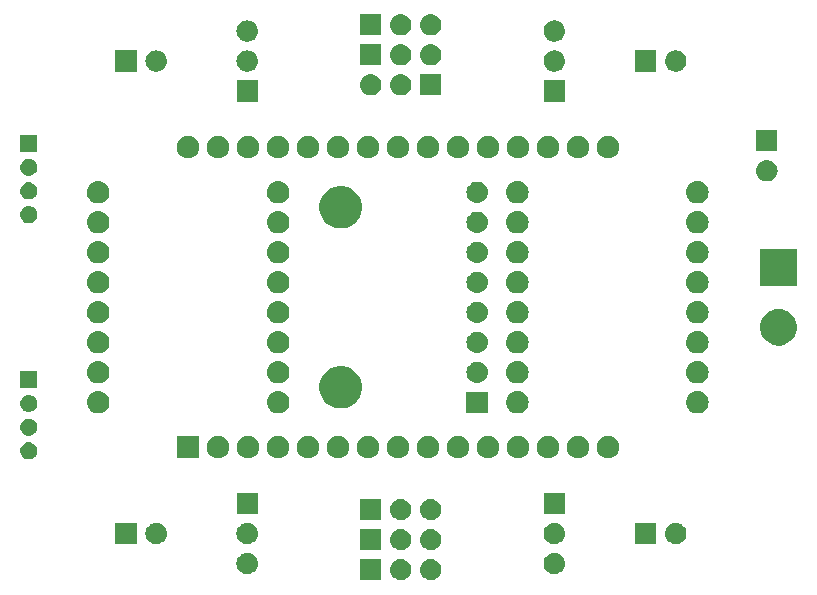
<source format=gbr>
G04 #@! TF.GenerationSoftware,KiCad,Pcbnew,(5.0.1)-3*
G04 #@! TF.CreationDate,2022-06-15T15:10:59+08:00*
G04 #@! TF.ProjectId,Omnibot V1,4F6D6E69626F742056312E6B69636164,rev?*
G04 #@! TF.SameCoordinates,Original*
G04 #@! TF.FileFunction,Soldermask,Top*
G04 #@! TF.FilePolarity,Negative*
%FSLAX46Y46*%
G04 Gerber Fmt 4.6, Leading zero omitted, Abs format (unit mm)*
G04 Created by KiCad (PCBNEW (5.0.1)-3) date 15-Jun-22 3:10:59 PM*
%MOMM*%
%LPD*%
G01*
G04 APERTURE LIST*
%ADD10C,0.100000*%
G04 APERTURE END LIST*
D10*
G36*
X52650443Y-72165519D02*
X52716627Y-72172037D01*
X52829853Y-72206384D01*
X52886467Y-72223557D01*
X53025087Y-72297652D01*
X53042991Y-72307222D01*
X53078729Y-72336552D01*
X53180186Y-72419814D01*
X53263448Y-72521271D01*
X53292778Y-72557009D01*
X53292779Y-72557011D01*
X53376443Y-72713533D01*
X53393616Y-72770147D01*
X53427963Y-72883373D01*
X53445359Y-73060000D01*
X53427963Y-73236627D01*
X53393616Y-73349853D01*
X53376443Y-73406467D01*
X53364953Y-73427963D01*
X53292778Y-73562991D01*
X53263448Y-73598729D01*
X53180186Y-73700186D01*
X53078729Y-73783448D01*
X53042991Y-73812778D01*
X53042989Y-73812779D01*
X52886467Y-73896443D01*
X52829853Y-73913616D01*
X52716627Y-73947963D01*
X52650443Y-73954481D01*
X52584260Y-73961000D01*
X52495740Y-73961000D01*
X52429557Y-73954481D01*
X52363373Y-73947963D01*
X52250147Y-73913616D01*
X52193533Y-73896443D01*
X52037011Y-73812779D01*
X52037009Y-73812778D01*
X52001271Y-73783448D01*
X51899814Y-73700186D01*
X51816552Y-73598729D01*
X51787222Y-73562991D01*
X51715047Y-73427963D01*
X51703557Y-73406467D01*
X51686384Y-73349853D01*
X51652037Y-73236627D01*
X51634641Y-73060000D01*
X51652037Y-72883373D01*
X51686384Y-72770147D01*
X51703557Y-72713533D01*
X51787221Y-72557011D01*
X51787222Y-72557009D01*
X51816552Y-72521271D01*
X51899814Y-72419814D01*
X52001271Y-72336552D01*
X52037009Y-72307222D01*
X52054913Y-72297652D01*
X52193533Y-72223557D01*
X52250147Y-72206384D01*
X52363373Y-72172037D01*
X52429557Y-72165519D01*
X52495740Y-72159000D01*
X52584260Y-72159000D01*
X52650443Y-72165519D01*
X52650443Y-72165519D01*
G37*
G36*
X50110443Y-72165519D02*
X50176627Y-72172037D01*
X50289853Y-72206384D01*
X50346467Y-72223557D01*
X50485087Y-72297652D01*
X50502991Y-72307222D01*
X50538729Y-72336552D01*
X50640186Y-72419814D01*
X50723448Y-72521271D01*
X50752778Y-72557009D01*
X50752779Y-72557011D01*
X50836443Y-72713533D01*
X50853616Y-72770147D01*
X50887963Y-72883373D01*
X50905359Y-73060000D01*
X50887963Y-73236627D01*
X50853616Y-73349853D01*
X50836443Y-73406467D01*
X50824953Y-73427963D01*
X50752778Y-73562991D01*
X50723448Y-73598729D01*
X50640186Y-73700186D01*
X50538729Y-73783448D01*
X50502991Y-73812778D01*
X50502989Y-73812779D01*
X50346467Y-73896443D01*
X50289853Y-73913616D01*
X50176627Y-73947963D01*
X50110443Y-73954481D01*
X50044260Y-73961000D01*
X49955740Y-73961000D01*
X49889557Y-73954481D01*
X49823373Y-73947963D01*
X49710147Y-73913616D01*
X49653533Y-73896443D01*
X49497011Y-73812779D01*
X49497009Y-73812778D01*
X49461271Y-73783448D01*
X49359814Y-73700186D01*
X49276552Y-73598729D01*
X49247222Y-73562991D01*
X49175047Y-73427963D01*
X49163557Y-73406467D01*
X49146384Y-73349853D01*
X49112037Y-73236627D01*
X49094641Y-73060000D01*
X49112037Y-72883373D01*
X49146384Y-72770147D01*
X49163557Y-72713533D01*
X49247221Y-72557011D01*
X49247222Y-72557009D01*
X49276552Y-72521271D01*
X49359814Y-72419814D01*
X49461271Y-72336552D01*
X49497009Y-72307222D01*
X49514913Y-72297652D01*
X49653533Y-72223557D01*
X49710147Y-72206384D01*
X49823373Y-72172037D01*
X49889557Y-72165519D01*
X49955740Y-72159000D01*
X50044260Y-72159000D01*
X50110443Y-72165519D01*
X50110443Y-72165519D01*
G37*
G36*
X48361000Y-73961000D02*
X46559000Y-73961000D01*
X46559000Y-72159000D01*
X48361000Y-72159000D01*
X48361000Y-73961000D01*
X48361000Y-73961000D01*
G37*
G36*
X37110442Y-71645518D02*
X37176627Y-71652037D01*
X37289853Y-71686384D01*
X37346467Y-71703557D01*
X37485087Y-71777652D01*
X37502991Y-71787222D01*
X37538729Y-71816552D01*
X37640186Y-71899814D01*
X37723448Y-72001271D01*
X37752778Y-72037009D01*
X37752779Y-72037011D01*
X37836443Y-72193533D01*
X37853616Y-72250147D01*
X37887963Y-72363373D01*
X37905359Y-72540000D01*
X37887963Y-72716627D01*
X37853616Y-72829853D01*
X37836443Y-72886467D01*
X37762348Y-73025087D01*
X37752778Y-73042991D01*
X37738819Y-73060000D01*
X37640186Y-73180186D01*
X37571411Y-73236627D01*
X37502991Y-73292778D01*
X37502989Y-73292779D01*
X37346467Y-73376443D01*
X37289853Y-73393616D01*
X37176627Y-73427963D01*
X37110442Y-73434482D01*
X37044260Y-73441000D01*
X36955740Y-73441000D01*
X36889558Y-73434482D01*
X36823373Y-73427963D01*
X36710147Y-73393616D01*
X36653533Y-73376443D01*
X36497011Y-73292779D01*
X36497009Y-73292778D01*
X36428589Y-73236627D01*
X36359814Y-73180186D01*
X36261181Y-73060000D01*
X36247222Y-73042991D01*
X36237652Y-73025087D01*
X36163557Y-72886467D01*
X36146384Y-72829853D01*
X36112037Y-72716627D01*
X36094641Y-72540000D01*
X36112037Y-72363373D01*
X36146384Y-72250147D01*
X36163557Y-72193533D01*
X36247221Y-72037011D01*
X36247222Y-72037009D01*
X36276552Y-72001271D01*
X36359814Y-71899814D01*
X36461271Y-71816552D01*
X36497009Y-71787222D01*
X36514913Y-71777652D01*
X36653533Y-71703557D01*
X36710147Y-71686384D01*
X36823373Y-71652037D01*
X36889558Y-71645518D01*
X36955740Y-71639000D01*
X37044260Y-71639000D01*
X37110442Y-71645518D01*
X37110442Y-71645518D01*
G37*
G36*
X63110442Y-71645518D02*
X63176627Y-71652037D01*
X63289853Y-71686384D01*
X63346467Y-71703557D01*
X63485087Y-71777652D01*
X63502991Y-71787222D01*
X63538729Y-71816552D01*
X63640186Y-71899814D01*
X63723448Y-72001271D01*
X63752778Y-72037009D01*
X63752779Y-72037011D01*
X63836443Y-72193533D01*
X63853616Y-72250147D01*
X63887963Y-72363373D01*
X63905359Y-72540000D01*
X63887963Y-72716627D01*
X63853616Y-72829853D01*
X63836443Y-72886467D01*
X63762348Y-73025087D01*
X63752778Y-73042991D01*
X63738819Y-73060000D01*
X63640186Y-73180186D01*
X63571411Y-73236627D01*
X63502991Y-73292778D01*
X63502989Y-73292779D01*
X63346467Y-73376443D01*
X63289853Y-73393616D01*
X63176627Y-73427963D01*
X63110442Y-73434482D01*
X63044260Y-73441000D01*
X62955740Y-73441000D01*
X62889558Y-73434482D01*
X62823373Y-73427963D01*
X62710147Y-73393616D01*
X62653533Y-73376443D01*
X62497011Y-73292779D01*
X62497009Y-73292778D01*
X62428589Y-73236627D01*
X62359814Y-73180186D01*
X62261181Y-73060000D01*
X62247222Y-73042991D01*
X62237652Y-73025087D01*
X62163557Y-72886467D01*
X62146384Y-72829853D01*
X62112037Y-72716627D01*
X62094641Y-72540000D01*
X62112037Y-72363373D01*
X62146384Y-72250147D01*
X62163557Y-72193533D01*
X62247221Y-72037011D01*
X62247222Y-72037009D01*
X62276552Y-72001271D01*
X62359814Y-71899814D01*
X62461271Y-71816552D01*
X62497009Y-71787222D01*
X62514913Y-71777652D01*
X62653533Y-71703557D01*
X62710147Y-71686384D01*
X62823373Y-71652037D01*
X62889558Y-71645518D01*
X62955740Y-71639000D01*
X63044260Y-71639000D01*
X63110442Y-71645518D01*
X63110442Y-71645518D01*
G37*
G36*
X50110442Y-69625518D02*
X50176627Y-69632037D01*
X50289853Y-69666384D01*
X50346467Y-69683557D01*
X50485087Y-69757652D01*
X50502991Y-69767222D01*
X50538729Y-69796552D01*
X50640186Y-69879814D01*
X50723448Y-69981271D01*
X50752778Y-70017009D01*
X50752779Y-70017011D01*
X50836443Y-70173533D01*
X50853616Y-70230147D01*
X50887963Y-70343373D01*
X50905359Y-70520000D01*
X50887963Y-70696627D01*
X50853616Y-70809853D01*
X50836443Y-70866467D01*
X50824953Y-70887963D01*
X50752778Y-71022991D01*
X50723448Y-71058729D01*
X50640186Y-71160186D01*
X50538729Y-71243448D01*
X50502991Y-71272778D01*
X50502989Y-71272779D01*
X50346467Y-71356443D01*
X50289853Y-71373616D01*
X50176627Y-71407963D01*
X50110442Y-71414482D01*
X50044260Y-71421000D01*
X49955740Y-71421000D01*
X49889558Y-71414482D01*
X49823373Y-71407963D01*
X49710147Y-71373616D01*
X49653533Y-71356443D01*
X49497011Y-71272779D01*
X49497009Y-71272778D01*
X49461271Y-71243448D01*
X49359814Y-71160186D01*
X49276552Y-71058729D01*
X49247222Y-71022991D01*
X49175047Y-70887963D01*
X49163557Y-70866467D01*
X49146384Y-70809853D01*
X49112037Y-70696627D01*
X49094641Y-70520000D01*
X49112037Y-70343373D01*
X49146384Y-70230147D01*
X49163557Y-70173533D01*
X49247221Y-70017011D01*
X49247222Y-70017009D01*
X49276552Y-69981271D01*
X49359814Y-69879814D01*
X49461271Y-69796552D01*
X49497009Y-69767222D01*
X49514913Y-69757652D01*
X49653533Y-69683557D01*
X49710147Y-69666384D01*
X49823373Y-69632037D01*
X49889558Y-69625518D01*
X49955740Y-69619000D01*
X50044260Y-69619000D01*
X50110442Y-69625518D01*
X50110442Y-69625518D01*
G37*
G36*
X52650442Y-69625518D02*
X52716627Y-69632037D01*
X52829853Y-69666384D01*
X52886467Y-69683557D01*
X53025087Y-69757652D01*
X53042991Y-69767222D01*
X53078729Y-69796552D01*
X53180186Y-69879814D01*
X53263448Y-69981271D01*
X53292778Y-70017009D01*
X53292779Y-70017011D01*
X53376443Y-70173533D01*
X53393616Y-70230147D01*
X53427963Y-70343373D01*
X53445359Y-70520000D01*
X53427963Y-70696627D01*
X53393616Y-70809853D01*
X53376443Y-70866467D01*
X53364953Y-70887963D01*
X53292778Y-71022991D01*
X53263448Y-71058729D01*
X53180186Y-71160186D01*
X53078729Y-71243448D01*
X53042991Y-71272778D01*
X53042989Y-71272779D01*
X52886467Y-71356443D01*
X52829853Y-71373616D01*
X52716627Y-71407963D01*
X52650442Y-71414482D01*
X52584260Y-71421000D01*
X52495740Y-71421000D01*
X52429558Y-71414482D01*
X52363373Y-71407963D01*
X52250147Y-71373616D01*
X52193533Y-71356443D01*
X52037011Y-71272779D01*
X52037009Y-71272778D01*
X52001271Y-71243448D01*
X51899814Y-71160186D01*
X51816552Y-71058729D01*
X51787222Y-71022991D01*
X51715047Y-70887963D01*
X51703557Y-70866467D01*
X51686384Y-70809853D01*
X51652037Y-70696627D01*
X51634641Y-70520000D01*
X51652037Y-70343373D01*
X51686384Y-70230147D01*
X51703557Y-70173533D01*
X51787221Y-70017011D01*
X51787222Y-70017009D01*
X51816552Y-69981271D01*
X51899814Y-69879814D01*
X52001271Y-69796552D01*
X52037009Y-69767222D01*
X52054913Y-69757652D01*
X52193533Y-69683557D01*
X52250147Y-69666384D01*
X52363373Y-69632037D01*
X52429558Y-69625518D01*
X52495740Y-69619000D01*
X52584260Y-69619000D01*
X52650442Y-69625518D01*
X52650442Y-69625518D01*
G37*
G36*
X48361000Y-71421000D02*
X46559000Y-71421000D01*
X46559000Y-69619000D01*
X48361000Y-69619000D01*
X48361000Y-71421000D01*
X48361000Y-71421000D01*
G37*
G36*
X63110443Y-69105519D02*
X63176627Y-69112037D01*
X63289853Y-69146384D01*
X63346467Y-69163557D01*
X63485087Y-69237652D01*
X63502991Y-69247222D01*
X63538729Y-69276552D01*
X63640186Y-69359814D01*
X63723448Y-69461271D01*
X63752778Y-69497009D01*
X63752779Y-69497011D01*
X63836443Y-69653533D01*
X63853616Y-69710147D01*
X63887963Y-69823373D01*
X63905359Y-70000000D01*
X63887963Y-70176627D01*
X63853616Y-70289853D01*
X63836443Y-70346467D01*
X63762348Y-70485087D01*
X63752778Y-70502991D01*
X63738819Y-70520000D01*
X63640186Y-70640186D01*
X63571411Y-70696627D01*
X63502991Y-70752778D01*
X63502989Y-70752779D01*
X63346467Y-70836443D01*
X63289853Y-70853616D01*
X63176627Y-70887963D01*
X63110442Y-70894482D01*
X63044260Y-70901000D01*
X62955740Y-70901000D01*
X62889558Y-70894482D01*
X62823373Y-70887963D01*
X62710147Y-70853616D01*
X62653533Y-70836443D01*
X62497011Y-70752779D01*
X62497009Y-70752778D01*
X62428589Y-70696627D01*
X62359814Y-70640186D01*
X62261181Y-70520000D01*
X62247222Y-70502991D01*
X62237652Y-70485087D01*
X62163557Y-70346467D01*
X62146384Y-70289853D01*
X62112037Y-70176627D01*
X62094641Y-70000000D01*
X62112037Y-69823373D01*
X62146384Y-69710147D01*
X62163557Y-69653533D01*
X62247221Y-69497011D01*
X62247222Y-69497009D01*
X62276552Y-69461271D01*
X62359814Y-69359814D01*
X62461271Y-69276552D01*
X62497009Y-69247222D01*
X62514913Y-69237652D01*
X62653533Y-69163557D01*
X62710147Y-69146384D01*
X62823373Y-69112037D01*
X62889557Y-69105519D01*
X62955740Y-69099000D01*
X63044260Y-69099000D01*
X63110443Y-69105519D01*
X63110443Y-69105519D01*
G37*
G36*
X37110443Y-69105519D02*
X37176627Y-69112037D01*
X37289853Y-69146384D01*
X37346467Y-69163557D01*
X37485087Y-69237652D01*
X37502991Y-69247222D01*
X37538729Y-69276552D01*
X37640186Y-69359814D01*
X37723448Y-69461271D01*
X37752778Y-69497009D01*
X37752779Y-69497011D01*
X37836443Y-69653533D01*
X37853616Y-69710147D01*
X37887963Y-69823373D01*
X37905359Y-70000000D01*
X37887963Y-70176627D01*
X37853616Y-70289853D01*
X37836443Y-70346467D01*
X37762348Y-70485087D01*
X37752778Y-70502991D01*
X37738819Y-70520000D01*
X37640186Y-70640186D01*
X37571411Y-70696627D01*
X37502991Y-70752778D01*
X37502989Y-70752779D01*
X37346467Y-70836443D01*
X37289853Y-70853616D01*
X37176627Y-70887963D01*
X37110442Y-70894482D01*
X37044260Y-70901000D01*
X36955740Y-70901000D01*
X36889558Y-70894482D01*
X36823373Y-70887963D01*
X36710147Y-70853616D01*
X36653533Y-70836443D01*
X36497011Y-70752779D01*
X36497009Y-70752778D01*
X36428589Y-70696627D01*
X36359814Y-70640186D01*
X36261181Y-70520000D01*
X36247222Y-70502991D01*
X36237652Y-70485087D01*
X36163557Y-70346467D01*
X36146384Y-70289853D01*
X36112037Y-70176627D01*
X36094641Y-70000000D01*
X36112037Y-69823373D01*
X36146384Y-69710147D01*
X36163557Y-69653533D01*
X36247221Y-69497011D01*
X36247222Y-69497009D01*
X36276552Y-69461271D01*
X36359814Y-69359814D01*
X36461271Y-69276552D01*
X36497009Y-69247222D01*
X36514913Y-69237652D01*
X36653533Y-69163557D01*
X36710147Y-69146384D01*
X36823373Y-69112037D01*
X36889557Y-69105519D01*
X36955740Y-69099000D01*
X37044260Y-69099000D01*
X37110443Y-69105519D01*
X37110443Y-69105519D01*
G37*
G36*
X27651000Y-70901000D02*
X25849000Y-70901000D01*
X25849000Y-69099000D01*
X27651000Y-69099000D01*
X27651000Y-70901000D01*
X27651000Y-70901000D01*
G37*
G36*
X29400443Y-69105519D02*
X29466627Y-69112037D01*
X29579853Y-69146384D01*
X29636467Y-69163557D01*
X29775087Y-69237652D01*
X29792991Y-69247222D01*
X29828729Y-69276552D01*
X29930186Y-69359814D01*
X30013448Y-69461271D01*
X30042778Y-69497009D01*
X30042779Y-69497011D01*
X30126443Y-69653533D01*
X30143616Y-69710147D01*
X30177963Y-69823373D01*
X30195359Y-70000000D01*
X30177963Y-70176627D01*
X30143616Y-70289853D01*
X30126443Y-70346467D01*
X30052348Y-70485087D01*
X30042778Y-70502991D01*
X30028819Y-70520000D01*
X29930186Y-70640186D01*
X29861411Y-70696627D01*
X29792991Y-70752778D01*
X29792989Y-70752779D01*
X29636467Y-70836443D01*
X29579853Y-70853616D01*
X29466627Y-70887963D01*
X29400442Y-70894482D01*
X29334260Y-70901000D01*
X29245740Y-70901000D01*
X29179558Y-70894482D01*
X29113373Y-70887963D01*
X29000147Y-70853616D01*
X28943533Y-70836443D01*
X28787011Y-70752779D01*
X28787009Y-70752778D01*
X28718589Y-70696627D01*
X28649814Y-70640186D01*
X28551181Y-70520000D01*
X28537222Y-70502991D01*
X28527652Y-70485087D01*
X28453557Y-70346467D01*
X28436384Y-70289853D01*
X28402037Y-70176627D01*
X28384641Y-70000000D01*
X28402037Y-69823373D01*
X28436384Y-69710147D01*
X28453557Y-69653533D01*
X28537221Y-69497011D01*
X28537222Y-69497009D01*
X28566552Y-69461271D01*
X28649814Y-69359814D01*
X28751271Y-69276552D01*
X28787009Y-69247222D01*
X28804913Y-69237652D01*
X28943533Y-69163557D01*
X29000147Y-69146384D01*
X29113373Y-69112037D01*
X29179557Y-69105519D01*
X29245740Y-69099000D01*
X29334260Y-69099000D01*
X29400443Y-69105519D01*
X29400443Y-69105519D01*
G37*
G36*
X73400443Y-69105519D02*
X73466627Y-69112037D01*
X73579853Y-69146384D01*
X73636467Y-69163557D01*
X73775087Y-69237652D01*
X73792991Y-69247222D01*
X73828729Y-69276552D01*
X73930186Y-69359814D01*
X74013448Y-69461271D01*
X74042778Y-69497009D01*
X74042779Y-69497011D01*
X74126443Y-69653533D01*
X74143616Y-69710147D01*
X74177963Y-69823373D01*
X74195359Y-70000000D01*
X74177963Y-70176627D01*
X74143616Y-70289853D01*
X74126443Y-70346467D01*
X74052348Y-70485087D01*
X74042778Y-70502991D01*
X74028819Y-70520000D01*
X73930186Y-70640186D01*
X73861411Y-70696627D01*
X73792991Y-70752778D01*
X73792989Y-70752779D01*
X73636467Y-70836443D01*
X73579853Y-70853616D01*
X73466627Y-70887963D01*
X73400442Y-70894482D01*
X73334260Y-70901000D01*
X73245740Y-70901000D01*
X73179558Y-70894482D01*
X73113373Y-70887963D01*
X73000147Y-70853616D01*
X72943533Y-70836443D01*
X72787011Y-70752779D01*
X72787009Y-70752778D01*
X72718589Y-70696627D01*
X72649814Y-70640186D01*
X72551181Y-70520000D01*
X72537222Y-70502991D01*
X72527652Y-70485087D01*
X72453557Y-70346467D01*
X72436384Y-70289853D01*
X72402037Y-70176627D01*
X72384641Y-70000000D01*
X72402037Y-69823373D01*
X72436384Y-69710147D01*
X72453557Y-69653533D01*
X72537221Y-69497011D01*
X72537222Y-69497009D01*
X72566552Y-69461271D01*
X72649814Y-69359814D01*
X72751271Y-69276552D01*
X72787009Y-69247222D01*
X72804913Y-69237652D01*
X72943533Y-69163557D01*
X73000147Y-69146384D01*
X73113373Y-69112037D01*
X73179557Y-69105519D01*
X73245740Y-69099000D01*
X73334260Y-69099000D01*
X73400443Y-69105519D01*
X73400443Y-69105519D01*
G37*
G36*
X71651000Y-70901000D02*
X69849000Y-70901000D01*
X69849000Y-69099000D01*
X71651000Y-69099000D01*
X71651000Y-70901000D01*
X71651000Y-70901000D01*
G37*
G36*
X50110443Y-67085519D02*
X50176627Y-67092037D01*
X50289853Y-67126384D01*
X50346467Y-67143557D01*
X50485087Y-67217652D01*
X50502991Y-67227222D01*
X50538729Y-67256552D01*
X50640186Y-67339814D01*
X50723448Y-67441271D01*
X50752778Y-67477009D01*
X50752779Y-67477011D01*
X50836443Y-67633533D01*
X50836443Y-67633534D01*
X50887963Y-67803373D01*
X50905359Y-67980000D01*
X50887963Y-68156627D01*
X50853616Y-68269853D01*
X50836443Y-68326467D01*
X50817984Y-68361000D01*
X50752778Y-68482991D01*
X50723448Y-68518729D01*
X50640186Y-68620186D01*
X50538729Y-68703448D01*
X50502991Y-68732778D01*
X50502989Y-68732779D01*
X50346467Y-68816443D01*
X50289853Y-68833616D01*
X50176627Y-68867963D01*
X50110443Y-68874481D01*
X50044260Y-68881000D01*
X49955740Y-68881000D01*
X49889557Y-68874481D01*
X49823373Y-68867963D01*
X49710147Y-68833616D01*
X49653533Y-68816443D01*
X49497011Y-68732779D01*
X49497009Y-68732778D01*
X49461271Y-68703448D01*
X49359814Y-68620186D01*
X49276552Y-68518729D01*
X49247222Y-68482991D01*
X49182016Y-68361000D01*
X49163557Y-68326467D01*
X49146384Y-68269853D01*
X49112037Y-68156627D01*
X49094641Y-67980000D01*
X49112037Y-67803373D01*
X49163557Y-67633534D01*
X49163557Y-67633533D01*
X49247221Y-67477011D01*
X49247222Y-67477009D01*
X49276552Y-67441271D01*
X49359814Y-67339814D01*
X49461271Y-67256552D01*
X49497009Y-67227222D01*
X49514913Y-67217652D01*
X49653533Y-67143557D01*
X49710147Y-67126384D01*
X49823373Y-67092037D01*
X49889557Y-67085519D01*
X49955740Y-67079000D01*
X50044260Y-67079000D01*
X50110443Y-67085519D01*
X50110443Y-67085519D01*
G37*
G36*
X48361000Y-68881000D02*
X46559000Y-68881000D01*
X46559000Y-67079000D01*
X48361000Y-67079000D01*
X48361000Y-68881000D01*
X48361000Y-68881000D01*
G37*
G36*
X52650443Y-67085519D02*
X52716627Y-67092037D01*
X52829853Y-67126384D01*
X52886467Y-67143557D01*
X53025087Y-67217652D01*
X53042991Y-67227222D01*
X53078729Y-67256552D01*
X53180186Y-67339814D01*
X53263448Y-67441271D01*
X53292778Y-67477009D01*
X53292779Y-67477011D01*
X53376443Y-67633533D01*
X53376443Y-67633534D01*
X53427963Y-67803373D01*
X53445359Y-67980000D01*
X53427963Y-68156627D01*
X53393616Y-68269853D01*
X53376443Y-68326467D01*
X53357984Y-68361000D01*
X53292778Y-68482991D01*
X53263448Y-68518729D01*
X53180186Y-68620186D01*
X53078729Y-68703448D01*
X53042991Y-68732778D01*
X53042989Y-68732779D01*
X52886467Y-68816443D01*
X52829853Y-68833616D01*
X52716627Y-68867963D01*
X52650443Y-68874481D01*
X52584260Y-68881000D01*
X52495740Y-68881000D01*
X52429557Y-68874481D01*
X52363373Y-68867963D01*
X52250147Y-68833616D01*
X52193533Y-68816443D01*
X52037011Y-68732779D01*
X52037009Y-68732778D01*
X52001271Y-68703448D01*
X51899814Y-68620186D01*
X51816552Y-68518729D01*
X51787222Y-68482991D01*
X51722016Y-68361000D01*
X51703557Y-68326467D01*
X51686384Y-68269853D01*
X51652037Y-68156627D01*
X51634641Y-67980000D01*
X51652037Y-67803373D01*
X51703557Y-67633534D01*
X51703557Y-67633533D01*
X51787221Y-67477011D01*
X51787222Y-67477009D01*
X51816552Y-67441271D01*
X51899814Y-67339814D01*
X52001271Y-67256552D01*
X52037009Y-67227222D01*
X52054913Y-67217652D01*
X52193533Y-67143557D01*
X52250147Y-67126384D01*
X52363373Y-67092037D01*
X52429557Y-67085519D01*
X52495740Y-67079000D01*
X52584260Y-67079000D01*
X52650443Y-67085519D01*
X52650443Y-67085519D01*
G37*
G36*
X63901000Y-68361000D02*
X62099000Y-68361000D01*
X62099000Y-66559000D01*
X63901000Y-66559000D01*
X63901000Y-68361000D01*
X63901000Y-68361000D01*
G37*
G36*
X37901000Y-68361000D02*
X36099000Y-68361000D01*
X36099000Y-66559000D01*
X37901000Y-66559000D01*
X37901000Y-68361000D01*
X37901000Y-68361000D01*
G37*
G36*
X18556991Y-62276101D02*
X18642321Y-62284505D01*
X18779172Y-62326019D01*
X18779174Y-62326020D01*
X18779177Y-62326021D01*
X18905296Y-62393432D01*
X19015843Y-62484157D01*
X19106568Y-62594704D01*
X19173979Y-62720823D01*
X19173980Y-62720826D01*
X19173981Y-62720828D01*
X19215495Y-62857679D01*
X19229512Y-63000000D01*
X19215495Y-63142321D01*
X19173981Y-63279172D01*
X19173979Y-63279177D01*
X19106568Y-63405296D01*
X19015843Y-63515843D01*
X18905296Y-63606568D01*
X18779177Y-63673979D01*
X18779174Y-63673980D01*
X18779172Y-63673981D01*
X18642321Y-63715495D01*
X18556991Y-63723899D01*
X18535660Y-63726000D01*
X18464340Y-63726000D01*
X18443009Y-63723899D01*
X18357679Y-63715495D01*
X18220828Y-63673981D01*
X18220826Y-63673980D01*
X18220823Y-63673979D01*
X18094704Y-63606568D01*
X17984157Y-63515843D01*
X17893432Y-63405296D01*
X17826021Y-63279177D01*
X17826019Y-63279172D01*
X17784505Y-63142321D01*
X17770488Y-63000000D01*
X17784505Y-62857679D01*
X17826019Y-62720828D01*
X17826020Y-62720826D01*
X17826021Y-62720823D01*
X17893432Y-62594704D01*
X17984157Y-62484157D01*
X18094704Y-62393432D01*
X18220823Y-62326021D01*
X18220826Y-62326020D01*
X18220828Y-62326019D01*
X18357679Y-62284505D01*
X18443009Y-62276101D01*
X18464340Y-62274000D01*
X18535660Y-62274000D01*
X18556991Y-62276101D01*
X18556991Y-62276101D01*
G37*
G36*
X57662396Y-61785546D02*
X57835466Y-61857234D01*
X57991230Y-61961312D01*
X58123688Y-62093770D01*
X58227766Y-62249534D01*
X58299454Y-62422604D01*
X58336000Y-62606333D01*
X58336000Y-62793667D01*
X58299454Y-62977396D01*
X58227766Y-63150466D01*
X58123688Y-63306230D01*
X57991230Y-63438688D01*
X57835466Y-63542766D01*
X57662396Y-63614454D01*
X57478667Y-63651000D01*
X57291333Y-63651000D01*
X57107604Y-63614454D01*
X56934534Y-63542766D01*
X56778770Y-63438688D01*
X56646312Y-63306230D01*
X56542234Y-63150466D01*
X56470546Y-62977396D01*
X56434000Y-62793667D01*
X56434000Y-62606333D01*
X56470546Y-62422604D01*
X56542234Y-62249534D01*
X56646312Y-62093770D01*
X56778770Y-61961312D01*
X56934534Y-61857234D01*
X57107604Y-61785546D01*
X57291333Y-61749000D01*
X57478667Y-61749000D01*
X57662396Y-61785546D01*
X57662396Y-61785546D01*
G37*
G36*
X44962396Y-61785546D02*
X45135466Y-61857234D01*
X45291230Y-61961312D01*
X45423688Y-62093770D01*
X45527766Y-62249534D01*
X45599454Y-62422604D01*
X45636000Y-62606333D01*
X45636000Y-62793667D01*
X45599454Y-62977396D01*
X45527766Y-63150466D01*
X45423688Y-63306230D01*
X45291230Y-63438688D01*
X45135466Y-63542766D01*
X44962396Y-63614454D01*
X44778667Y-63651000D01*
X44591333Y-63651000D01*
X44407604Y-63614454D01*
X44234534Y-63542766D01*
X44078770Y-63438688D01*
X43946312Y-63306230D01*
X43842234Y-63150466D01*
X43770546Y-62977396D01*
X43734000Y-62793667D01*
X43734000Y-62606333D01*
X43770546Y-62422604D01*
X43842234Y-62249534D01*
X43946312Y-62093770D01*
X44078770Y-61961312D01*
X44234534Y-61857234D01*
X44407604Y-61785546D01*
X44591333Y-61749000D01*
X44778667Y-61749000D01*
X44962396Y-61785546D01*
X44962396Y-61785546D01*
G37*
G36*
X42422396Y-61785546D02*
X42595466Y-61857234D01*
X42751230Y-61961312D01*
X42883688Y-62093770D01*
X42987766Y-62249534D01*
X43059454Y-62422604D01*
X43096000Y-62606333D01*
X43096000Y-62793667D01*
X43059454Y-62977396D01*
X42987766Y-63150466D01*
X42883688Y-63306230D01*
X42751230Y-63438688D01*
X42595466Y-63542766D01*
X42422396Y-63614454D01*
X42238667Y-63651000D01*
X42051333Y-63651000D01*
X41867604Y-63614454D01*
X41694534Y-63542766D01*
X41538770Y-63438688D01*
X41406312Y-63306230D01*
X41302234Y-63150466D01*
X41230546Y-62977396D01*
X41194000Y-62793667D01*
X41194000Y-62606333D01*
X41230546Y-62422604D01*
X41302234Y-62249534D01*
X41406312Y-62093770D01*
X41538770Y-61961312D01*
X41694534Y-61857234D01*
X41867604Y-61785546D01*
X42051333Y-61749000D01*
X42238667Y-61749000D01*
X42422396Y-61785546D01*
X42422396Y-61785546D01*
G37*
G36*
X39882396Y-61785546D02*
X40055466Y-61857234D01*
X40211230Y-61961312D01*
X40343688Y-62093770D01*
X40447766Y-62249534D01*
X40519454Y-62422604D01*
X40556000Y-62606333D01*
X40556000Y-62793667D01*
X40519454Y-62977396D01*
X40447766Y-63150466D01*
X40343688Y-63306230D01*
X40211230Y-63438688D01*
X40055466Y-63542766D01*
X39882396Y-63614454D01*
X39698667Y-63651000D01*
X39511333Y-63651000D01*
X39327604Y-63614454D01*
X39154534Y-63542766D01*
X38998770Y-63438688D01*
X38866312Y-63306230D01*
X38762234Y-63150466D01*
X38690546Y-62977396D01*
X38654000Y-62793667D01*
X38654000Y-62606333D01*
X38690546Y-62422604D01*
X38762234Y-62249534D01*
X38866312Y-62093770D01*
X38998770Y-61961312D01*
X39154534Y-61857234D01*
X39327604Y-61785546D01*
X39511333Y-61749000D01*
X39698667Y-61749000D01*
X39882396Y-61785546D01*
X39882396Y-61785546D01*
G37*
G36*
X37342396Y-61785546D02*
X37515466Y-61857234D01*
X37671230Y-61961312D01*
X37803688Y-62093770D01*
X37907766Y-62249534D01*
X37979454Y-62422604D01*
X38016000Y-62606333D01*
X38016000Y-62793667D01*
X37979454Y-62977396D01*
X37907766Y-63150466D01*
X37803688Y-63306230D01*
X37671230Y-63438688D01*
X37515466Y-63542766D01*
X37342396Y-63614454D01*
X37158667Y-63651000D01*
X36971333Y-63651000D01*
X36787604Y-63614454D01*
X36614534Y-63542766D01*
X36458770Y-63438688D01*
X36326312Y-63306230D01*
X36222234Y-63150466D01*
X36150546Y-62977396D01*
X36114000Y-62793667D01*
X36114000Y-62606333D01*
X36150546Y-62422604D01*
X36222234Y-62249534D01*
X36326312Y-62093770D01*
X36458770Y-61961312D01*
X36614534Y-61857234D01*
X36787604Y-61785546D01*
X36971333Y-61749000D01*
X37158667Y-61749000D01*
X37342396Y-61785546D01*
X37342396Y-61785546D01*
G37*
G36*
X34802396Y-61785546D02*
X34975466Y-61857234D01*
X35131230Y-61961312D01*
X35263688Y-62093770D01*
X35367766Y-62249534D01*
X35439454Y-62422604D01*
X35476000Y-62606333D01*
X35476000Y-62793667D01*
X35439454Y-62977396D01*
X35367766Y-63150466D01*
X35263688Y-63306230D01*
X35131230Y-63438688D01*
X34975466Y-63542766D01*
X34802396Y-63614454D01*
X34618667Y-63651000D01*
X34431333Y-63651000D01*
X34247604Y-63614454D01*
X34074534Y-63542766D01*
X33918770Y-63438688D01*
X33786312Y-63306230D01*
X33682234Y-63150466D01*
X33610546Y-62977396D01*
X33574000Y-62793667D01*
X33574000Y-62606333D01*
X33610546Y-62422604D01*
X33682234Y-62249534D01*
X33786312Y-62093770D01*
X33918770Y-61961312D01*
X34074534Y-61857234D01*
X34247604Y-61785546D01*
X34431333Y-61749000D01*
X34618667Y-61749000D01*
X34802396Y-61785546D01*
X34802396Y-61785546D01*
G37*
G36*
X32936000Y-63651000D02*
X31034000Y-63651000D01*
X31034000Y-61749000D01*
X32936000Y-61749000D01*
X32936000Y-63651000D01*
X32936000Y-63651000D01*
G37*
G36*
X50042396Y-61785546D02*
X50215466Y-61857234D01*
X50371230Y-61961312D01*
X50503688Y-62093770D01*
X50607766Y-62249534D01*
X50679454Y-62422604D01*
X50716000Y-62606333D01*
X50716000Y-62793667D01*
X50679454Y-62977396D01*
X50607766Y-63150466D01*
X50503688Y-63306230D01*
X50371230Y-63438688D01*
X50215466Y-63542766D01*
X50042396Y-63614454D01*
X49858667Y-63651000D01*
X49671333Y-63651000D01*
X49487604Y-63614454D01*
X49314534Y-63542766D01*
X49158770Y-63438688D01*
X49026312Y-63306230D01*
X48922234Y-63150466D01*
X48850546Y-62977396D01*
X48814000Y-62793667D01*
X48814000Y-62606333D01*
X48850546Y-62422604D01*
X48922234Y-62249534D01*
X49026312Y-62093770D01*
X49158770Y-61961312D01*
X49314534Y-61857234D01*
X49487604Y-61785546D01*
X49671333Y-61749000D01*
X49858667Y-61749000D01*
X50042396Y-61785546D01*
X50042396Y-61785546D01*
G37*
G36*
X60202396Y-61785546D02*
X60375466Y-61857234D01*
X60531230Y-61961312D01*
X60663688Y-62093770D01*
X60767766Y-62249534D01*
X60839454Y-62422604D01*
X60876000Y-62606333D01*
X60876000Y-62793667D01*
X60839454Y-62977396D01*
X60767766Y-63150466D01*
X60663688Y-63306230D01*
X60531230Y-63438688D01*
X60375466Y-63542766D01*
X60202396Y-63614454D01*
X60018667Y-63651000D01*
X59831333Y-63651000D01*
X59647604Y-63614454D01*
X59474534Y-63542766D01*
X59318770Y-63438688D01*
X59186312Y-63306230D01*
X59082234Y-63150466D01*
X59010546Y-62977396D01*
X58974000Y-62793667D01*
X58974000Y-62606333D01*
X59010546Y-62422604D01*
X59082234Y-62249534D01*
X59186312Y-62093770D01*
X59318770Y-61961312D01*
X59474534Y-61857234D01*
X59647604Y-61785546D01*
X59831333Y-61749000D01*
X60018667Y-61749000D01*
X60202396Y-61785546D01*
X60202396Y-61785546D01*
G37*
G36*
X67822396Y-61785546D02*
X67995466Y-61857234D01*
X68151230Y-61961312D01*
X68283688Y-62093770D01*
X68387766Y-62249534D01*
X68459454Y-62422604D01*
X68496000Y-62606333D01*
X68496000Y-62793667D01*
X68459454Y-62977396D01*
X68387766Y-63150466D01*
X68283688Y-63306230D01*
X68151230Y-63438688D01*
X67995466Y-63542766D01*
X67822396Y-63614454D01*
X67638667Y-63651000D01*
X67451333Y-63651000D01*
X67267604Y-63614454D01*
X67094534Y-63542766D01*
X66938770Y-63438688D01*
X66806312Y-63306230D01*
X66702234Y-63150466D01*
X66630546Y-62977396D01*
X66594000Y-62793667D01*
X66594000Y-62606333D01*
X66630546Y-62422604D01*
X66702234Y-62249534D01*
X66806312Y-62093770D01*
X66938770Y-61961312D01*
X67094534Y-61857234D01*
X67267604Y-61785546D01*
X67451333Y-61749000D01*
X67638667Y-61749000D01*
X67822396Y-61785546D01*
X67822396Y-61785546D01*
G37*
G36*
X55122396Y-61785546D02*
X55295466Y-61857234D01*
X55451230Y-61961312D01*
X55583688Y-62093770D01*
X55687766Y-62249534D01*
X55759454Y-62422604D01*
X55796000Y-62606333D01*
X55796000Y-62793667D01*
X55759454Y-62977396D01*
X55687766Y-63150466D01*
X55583688Y-63306230D01*
X55451230Y-63438688D01*
X55295466Y-63542766D01*
X55122396Y-63614454D01*
X54938667Y-63651000D01*
X54751333Y-63651000D01*
X54567604Y-63614454D01*
X54394534Y-63542766D01*
X54238770Y-63438688D01*
X54106312Y-63306230D01*
X54002234Y-63150466D01*
X53930546Y-62977396D01*
X53894000Y-62793667D01*
X53894000Y-62606333D01*
X53930546Y-62422604D01*
X54002234Y-62249534D01*
X54106312Y-62093770D01*
X54238770Y-61961312D01*
X54394534Y-61857234D01*
X54567604Y-61785546D01*
X54751333Y-61749000D01*
X54938667Y-61749000D01*
X55122396Y-61785546D01*
X55122396Y-61785546D01*
G37*
G36*
X65282396Y-61785546D02*
X65455466Y-61857234D01*
X65611230Y-61961312D01*
X65743688Y-62093770D01*
X65847766Y-62249534D01*
X65919454Y-62422604D01*
X65956000Y-62606333D01*
X65956000Y-62793667D01*
X65919454Y-62977396D01*
X65847766Y-63150466D01*
X65743688Y-63306230D01*
X65611230Y-63438688D01*
X65455466Y-63542766D01*
X65282396Y-63614454D01*
X65098667Y-63651000D01*
X64911333Y-63651000D01*
X64727604Y-63614454D01*
X64554534Y-63542766D01*
X64398770Y-63438688D01*
X64266312Y-63306230D01*
X64162234Y-63150466D01*
X64090546Y-62977396D01*
X64054000Y-62793667D01*
X64054000Y-62606333D01*
X64090546Y-62422604D01*
X64162234Y-62249534D01*
X64266312Y-62093770D01*
X64398770Y-61961312D01*
X64554534Y-61857234D01*
X64727604Y-61785546D01*
X64911333Y-61749000D01*
X65098667Y-61749000D01*
X65282396Y-61785546D01*
X65282396Y-61785546D01*
G37*
G36*
X62742396Y-61785546D02*
X62915466Y-61857234D01*
X63071230Y-61961312D01*
X63203688Y-62093770D01*
X63307766Y-62249534D01*
X63379454Y-62422604D01*
X63416000Y-62606333D01*
X63416000Y-62793667D01*
X63379454Y-62977396D01*
X63307766Y-63150466D01*
X63203688Y-63306230D01*
X63071230Y-63438688D01*
X62915466Y-63542766D01*
X62742396Y-63614454D01*
X62558667Y-63651000D01*
X62371333Y-63651000D01*
X62187604Y-63614454D01*
X62014534Y-63542766D01*
X61858770Y-63438688D01*
X61726312Y-63306230D01*
X61622234Y-63150466D01*
X61550546Y-62977396D01*
X61514000Y-62793667D01*
X61514000Y-62606333D01*
X61550546Y-62422604D01*
X61622234Y-62249534D01*
X61726312Y-62093770D01*
X61858770Y-61961312D01*
X62014534Y-61857234D01*
X62187604Y-61785546D01*
X62371333Y-61749000D01*
X62558667Y-61749000D01*
X62742396Y-61785546D01*
X62742396Y-61785546D01*
G37*
G36*
X52582396Y-61785546D02*
X52755466Y-61857234D01*
X52911230Y-61961312D01*
X53043688Y-62093770D01*
X53147766Y-62249534D01*
X53219454Y-62422604D01*
X53256000Y-62606333D01*
X53256000Y-62793667D01*
X53219454Y-62977396D01*
X53147766Y-63150466D01*
X53043688Y-63306230D01*
X52911230Y-63438688D01*
X52755466Y-63542766D01*
X52582396Y-63614454D01*
X52398667Y-63651000D01*
X52211333Y-63651000D01*
X52027604Y-63614454D01*
X51854534Y-63542766D01*
X51698770Y-63438688D01*
X51566312Y-63306230D01*
X51462234Y-63150466D01*
X51390546Y-62977396D01*
X51354000Y-62793667D01*
X51354000Y-62606333D01*
X51390546Y-62422604D01*
X51462234Y-62249534D01*
X51566312Y-62093770D01*
X51698770Y-61961312D01*
X51854534Y-61857234D01*
X52027604Y-61785546D01*
X52211333Y-61749000D01*
X52398667Y-61749000D01*
X52582396Y-61785546D01*
X52582396Y-61785546D01*
G37*
G36*
X47502396Y-61785546D02*
X47675466Y-61857234D01*
X47831230Y-61961312D01*
X47963688Y-62093770D01*
X48067766Y-62249534D01*
X48139454Y-62422604D01*
X48176000Y-62606333D01*
X48176000Y-62793667D01*
X48139454Y-62977396D01*
X48067766Y-63150466D01*
X47963688Y-63306230D01*
X47831230Y-63438688D01*
X47675466Y-63542766D01*
X47502396Y-63614454D01*
X47318667Y-63651000D01*
X47131333Y-63651000D01*
X46947604Y-63614454D01*
X46774534Y-63542766D01*
X46618770Y-63438688D01*
X46486312Y-63306230D01*
X46382234Y-63150466D01*
X46310546Y-62977396D01*
X46274000Y-62793667D01*
X46274000Y-62606333D01*
X46310546Y-62422604D01*
X46382234Y-62249534D01*
X46486312Y-62093770D01*
X46618770Y-61961312D01*
X46774534Y-61857234D01*
X46947604Y-61785546D01*
X47131333Y-61749000D01*
X47318667Y-61749000D01*
X47502396Y-61785546D01*
X47502396Y-61785546D01*
G37*
G36*
X18556991Y-60276101D02*
X18642321Y-60284505D01*
X18779172Y-60326019D01*
X18779174Y-60326020D01*
X18779177Y-60326021D01*
X18905296Y-60393432D01*
X19015843Y-60484157D01*
X19106568Y-60594704D01*
X19173979Y-60720823D01*
X19173980Y-60720826D01*
X19173981Y-60720828D01*
X19215495Y-60857679D01*
X19229512Y-61000000D01*
X19215495Y-61142321D01*
X19173981Y-61279172D01*
X19173979Y-61279177D01*
X19106568Y-61405296D01*
X19015843Y-61515843D01*
X18905296Y-61606568D01*
X18779177Y-61673979D01*
X18779174Y-61673980D01*
X18779172Y-61673981D01*
X18642321Y-61715495D01*
X18556991Y-61723899D01*
X18535660Y-61726000D01*
X18464340Y-61726000D01*
X18443009Y-61723899D01*
X18357679Y-61715495D01*
X18220828Y-61673981D01*
X18220826Y-61673980D01*
X18220823Y-61673979D01*
X18094704Y-61606568D01*
X17984157Y-61515843D01*
X17893432Y-61405296D01*
X17826021Y-61279177D01*
X17826019Y-61279172D01*
X17784505Y-61142321D01*
X17770488Y-61000000D01*
X17784505Y-60857679D01*
X17826019Y-60720828D01*
X17826020Y-60720826D01*
X17826021Y-60720823D01*
X17893432Y-60594704D01*
X17984157Y-60484157D01*
X18094704Y-60393432D01*
X18220823Y-60326021D01*
X18220826Y-60326020D01*
X18220828Y-60326019D01*
X18357679Y-60284505D01*
X18443009Y-60276101D01*
X18464340Y-60274000D01*
X18535660Y-60274000D01*
X18556991Y-60276101D01*
X18556991Y-60276101D01*
G37*
G36*
X24566425Y-57952760D02*
X24566428Y-57952761D01*
X24566429Y-57952761D01*
X24745693Y-58007140D01*
X24745695Y-58007141D01*
X24910905Y-58095448D01*
X25055712Y-58214288D01*
X25174552Y-58359095D01*
X25174553Y-58359097D01*
X25262860Y-58524307D01*
X25284215Y-58594705D01*
X25317240Y-58703575D01*
X25335601Y-58890000D01*
X25317240Y-59076425D01*
X25317239Y-59076428D01*
X25317239Y-59076429D01*
X25274893Y-59216026D01*
X25262859Y-59255695D01*
X25174552Y-59420905D01*
X25055712Y-59565712D01*
X24910905Y-59684552D01*
X24745695Y-59772859D01*
X24745693Y-59772860D01*
X24566429Y-59827239D01*
X24566428Y-59827239D01*
X24566425Y-59827240D01*
X24426718Y-59841000D01*
X24333282Y-59841000D01*
X24193575Y-59827240D01*
X24193572Y-59827239D01*
X24193571Y-59827239D01*
X24014307Y-59772860D01*
X24014305Y-59772859D01*
X23849095Y-59684552D01*
X23704288Y-59565712D01*
X23585448Y-59420905D01*
X23497141Y-59255695D01*
X23485108Y-59216026D01*
X23442761Y-59076429D01*
X23442761Y-59076428D01*
X23442760Y-59076425D01*
X23424399Y-58890000D01*
X23442760Y-58703575D01*
X23475785Y-58594705D01*
X23497140Y-58524307D01*
X23585447Y-58359097D01*
X23585448Y-58359095D01*
X23704288Y-58214288D01*
X23849095Y-58095448D01*
X24014305Y-58007141D01*
X24014307Y-58007140D01*
X24193571Y-57952761D01*
X24193572Y-57952761D01*
X24193575Y-57952760D01*
X24333282Y-57939000D01*
X24426718Y-57939000D01*
X24566425Y-57952760D01*
X24566425Y-57952760D01*
G37*
G36*
X60066425Y-57952760D02*
X60066428Y-57952761D01*
X60066429Y-57952761D01*
X60245693Y-58007140D01*
X60245695Y-58007141D01*
X60410905Y-58095448D01*
X60555712Y-58214288D01*
X60674552Y-58359095D01*
X60674553Y-58359097D01*
X60762860Y-58524307D01*
X60784215Y-58594705D01*
X60817240Y-58703575D01*
X60835601Y-58890000D01*
X60817240Y-59076425D01*
X60817239Y-59076428D01*
X60817239Y-59076429D01*
X60774893Y-59216026D01*
X60762859Y-59255695D01*
X60674552Y-59420905D01*
X60555712Y-59565712D01*
X60410905Y-59684552D01*
X60245695Y-59772859D01*
X60245693Y-59772860D01*
X60066429Y-59827239D01*
X60066428Y-59827239D01*
X60066425Y-59827240D01*
X59926718Y-59841000D01*
X59833282Y-59841000D01*
X59693575Y-59827240D01*
X59693572Y-59827239D01*
X59693571Y-59827239D01*
X59514307Y-59772860D01*
X59514305Y-59772859D01*
X59349095Y-59684552D01*
X59204288Y-59565712D01*
X59085448Y-59420905D01*
X58997141Y-59255695D01*
X58985108Y-59216026D01*
X58942761Y-59076429D01*
X58942761Y-59076428D01*
X58942760Y-59076425D01*
X58924399Y-58890000D01*
X58942760Y-58703575D01*
X58975785Y-58594705D01*
X58997140Y-58524307D01*
X59085447Y-58359097D01*
X59085448Y-58359095D01*
X59204288Y-58214288D01*
X59349095Y-58095448D01*
X59514305Y-58007141D01*
X59514307Y-58007140D01*
X59693571Y-57952761D01*
X59693572Y-57952761D01*
X59693575Y-57952760D01*
X59833282Y-57939000D01*
X59926718Y-57939000D01*
X60066425Y-57952760D01*
X60066425Y-57952760D01*
G37*
G36*
X75306425Y-57952760D02*
X75306428Y-57952761D01*
X75306429Y-57952761D01*
X75485693Y-58007140D01*
X75485695Y-58007141D01*
X75650905Y-58095448D01*
X75795712Y-58214288D01*
X75914552Y-58359095D01*
X75914553Y-58359097D01*
X76002860Y-58524307D01*
X76024215Y-58594705D01*
X76057240Y-58703575D01*
X76075601Y-58890000D01*
X76057240Y-59076425D01*
X76057239Y-59076428D01*
X76057239Y-59076429D01*
X76014893Y-59216026D01*
X76002859Y-59255695D01*
X75914552Y-59420905D01*
X75795712Y-59565712D01*
X75650905Y-59684552D01*
X75485695Y-59772859D01*
X75485693Y-59772860D01*
X75306429Y-59827239D01*
X75306428Y-59827239D01*
X75306425Y-59827240D01*
X75166718Y-59841000D01*
X75073282Y-59841000D01*
X74933575Y-59827240D01*
X74933572Y-59827239D01*
X74933571Y-59827239D01*
X74754307Y-59772860D01*
X74754305Y-59772859D01*
X74589095Y-59684552D01*
X74444288Y-59565712D01*
X74325448Y-59420905D01*
X74237141Y-59255695D01*
X74225108Y-59216026D01*
X74182761Y-59076429D01*
X74182761Y-59076428D01*
X74182760Y-59076425D01*
X74164399Y-58890000D01*
X74182760Y-58703575D01*
X74215785Y-58594705D01*
X74237140Y-58524307D01*
X74325447Y-58359097D01*
X74325448Y-58359095D01*
X74444288Y-58214288D01*
X74589095Y-58095448D01*
X74754305Y-58007141D01*
X74754307Y-58007140D01*
X74933571Y-57952761D01*
X74933572Y-57952761D01*
X74933575Y-57952760D01*
X75073282Y-57939000D01*
X75166718Y-57939000D01*
X75306425Y-57952760D01*
X75306425Y-57952760D01*
G37*
G36*
X39806425Y-57952760D02*
X39806428Y-57952761D01*
X39806429Y-57952761D01*
X39985693Y-58007140D01*
X39985695Y-58007141D01*
X40150905Y-58095448D01*
X40295712Y-58214288D01*
X40414552Y-58359095D01*
X40414553Y-58359097D01*
X40502860Y-58524307D01*
X40524215Y-58594705D01*
X40557240Y-58703575D01*
X40575601Y-58890000D01*
X40557240Y-59076425D01*
X40557239Y-59076428D01*
X40557239Y-59076429D01*
X40514893Y-59216026D01*
X40502859Y-59255695D01*
X40414552Y-59420905D01*
X40295712Y-59565712D01*
X40150905Y-59684552D01*
X39985695Y-59772859D01*
X39985693Y-59772860D01*
X39806429Y-59827239D01*
X39806428Y-59827239D01*
X39806425Y-59827240D01*
X39666718Y-59841000D01*
X39573282Y-59841000D01*
X39433575Y-59827240D01*
X39433572Y-59827239D01*
X39433571Y-59827239D01*
X39254307Y-59772860D01*
X39254305Y-59772859D01*
X39089095Y-59684552D01*
X38944288Y-59565712D01*
X38825448Y-59420905D01*
X38737141Y-59255695D01*
X38725108Y-59216026D01*
X38682761Y-59076429D01*
X38682761Y-59076428D01*
X38682760Y-59076425D01*
X38664399Y-58890000D01*
X38682760Y-58703575D01*
X38715785Y-58594705D01*
X38737140Y-58524307D01*
X38825447Y-58359097D01*
X38825448Y-58359095D01*
X38944288Y-58214288D01*
X39089095Y-58095448D01*
X39254305Y-58007141D01*
X39254307Y-58007140D01*
X39433571Y-57952761D01*
X39433572Y-57952761D01*
X39433575Y-57952760D01*
X39573282Y-57939000D01*
X39666718Y-57939000D01*
X39806425Y-57952760D01*
X39806425Y-57952760D01*
G37*
G36*
X57367600Y-59799400D02*
X55565600Y-59799400D01*
X55565600Y-57997400D01*
X57367600Y-57997400D01*
X57367600Y-59799400D01*
X57367600Y-59799400D01*
G37*
G36*
X18556991Y-58276101D02*
X18642321Y-58284505D01*
X18779172Y-58326019D01*
X18779174Y-58326020D01*
X18779177Y-58326021D01*
X18905296Y-58393432D01*
X19015843Y-58484157D01*
X19106568Y-58594704D01*
X19173979Y-58720823D01*
X19173980Y-58720826D01*
X19173981Y-58720828D01*
X19215495Y-58857679D01*
X19229512Y-59000000D01*
X19215495Y-59142321D01*
X19173981Y-59279172D01*
X19173979Y-59279177D01*
X19106568Y-59405296D01*
X19015843Y-59515843D01*
X18905296Y-59606568D01*
X18779177Y-59673979D01*
X18779174Y-59673980D01*
X18779172Y-59673981D01*
X18642321Y-59715495D01*
X18556991Y-59723899D01*
X18535660Y-59726000D01*
X18464340Y-59726000D01*
X18443009Y-59723899D01*
X18357679Y-59715495D01*
X18220828Y-59673981D01*
X18220826Y-59673980D01*
X18220823Y-59673979D01*
X18094704Y-59606568D01*
X17984157Y-59515843D01*
X17893432Y-59405296D01*
X17826021Y-59279177D01*
X17826019Y-59279172D01*
X17784505Y-59142321D01*
X17770488Y-59000000D01*
X17784505Y-58857679D01*
X17826019Y-58720828D01*
X17826020Y-58720826D01*
X17826021Y-58720823D01*
X17893432Y-58594704D01*
X17984157Y-58484157D01*
X18094704Y-58393432D01*
X18220823Y-58326021D01*
X18220826Y-58326020D01*
X18220828Y-58326019D01*
X18357679Y-58284505D01*
X18443009Y-58276101D01*
X18464340Y-58274000D01*
X18535660Y-58274000D01*
X18556991Y-58276101D01*
X18556991Y-58276101D01*
G37*
G36*
X45445331Y-55888211D02*
X45773092Y-56023974D01*
X46068073Y-56221074D01*
X46318926Y-56471927D01*
X46516026Y-56766908D01*
X46651789Y-57094669D01*
X46721000Y-57442616D01*
X46721000Y-57797384D01*
X46651789Y-58145331D01*
X46516026Y-58473092D01*
X46318926Y-58768073D01*
X46068073Y-59018926D01*
X45773092Y-59216026D01*
X45445331Y-59351789D01*
X45097384Y-59421000D01*
X44742616Y-59421000D01*
X44394669Y-59351789D01*
X44066908Y-59216026D01*
X43771927Y-59018926D01*
X43521074Y-58768073D01*
X43323974Y-58473092D01*
X43188211Y-58145331D01*
X43119000Y-57797384D01*
X43119000Y-57442616D01*
X43188211Y-57094669D01*
X43323974Y-56766908D01*
X43521074Y-56471927D01*
X43771927Y-56221074D01*
X44066908Y-56023974D01*
X44394669Y-55888211D01*
X44742616Y-55819000D01*
X45097384Y-55819000D01*
X45445331Y-55888211D01*
X45445331Y-55888211D01*
G37*
G36*
X19226000Y-57726000D02*
X17774000Y-57726000D01*
X17774000Y-56274000D01*
X19226000Y-56274000D01*
X19226000Y-57726000D01*
X19226000Y-57726000D01*
G37*
G36*
X24566425Y-55412760D02*
X24566428Y-55412761D01*
X24566429Y-55412761D01*
X24745693Y-55467140D01*
X24745695Y-55467141D01*
X24910905Y-55555448D01*
X25055712Y-55674288D01*
X25174552Y-55819095D01*
X25174553Y-55819097D01*
X25262860Y-55984307D01*
X25274893Y-56023975D01*
X25317240Y-56163575D01*
X25335601Y-56350000D01*
X25317240Y-56536425D01*
X25262859Y-56715695D01*
X25174552Y-56880905D01*
X25055712Y-57025712D01*
X24910905Y-57144552D01*
X24745695Y-57232859D01*
X24745693Y-57232860D01*
X24566429Y-57287239D01*
X24566428Y-57287239D01*
X24566425Y-57287240D01*
X24426718Y-57301000D01*
X24333282Y-57301000D01*
X24193575Y-57287240D01*
X24193572Y-57287239D01*
X24193571Y-57287239D01*
X24014307Y-57232860D01*
X24014305Y-57232859D01*
X23849095Y-57144552D01*
X23704288Y-57025712D01*
X23585448Y-56880905D01*
X23497141Y-56715695D01*
X23442760Y-56536425D01*
X23424399Y-56350000D01*
X23442760Y-56163575D01*
X23485107Y-56023975D01*
X23497140Y-55984307D01*
X23585447Y-55819097D01*
X23585448Y-55819095D01*
X23704288Y-55674288D01*
X23849095Y-55555448D01*
X24014305Y-55467141D01*
X24014307Y-55467140D01*
X24193571Y-55412761D01*
X24193572Y-55412761D01*
X24193575Y-55412760D01*
X24333282Y-55399000D01*
X24426718Y-55399000D01*
X24566425Y-55412760D01*
X24566425Y-55412760D01*
G37*
G36*
X60066425Y-55412760D02*
X60066428Y-55412761D01*
X60066429Y-55412761D01*
X60245693Y-55467140D01*
X60245695Y-55467141D01*
X60410905Y-55555448D01*
X60555712Y-55674288D01*
X60674552Y-55819095D01*
X60674553Y-55819097D01*
X60762860Y-55984307D01*
X60774893Y-56023975D01*
X60817240Y-56163575D01*
X60835601Y-56350000D01*
X60817240Y-56536425D01*
X60762859Y-56715695D01*
X60674552Y-56880905D01*
X60555712Y-57025712D01*
X60410905Y-57144552D01*
X60245695Y-57232859D01*
X60245693Y-57232860D01*
X60066429Y-57287239D01*
X60066428Y-57287239D01*
X60066425Y-57287240D01*
X59926718Y-57301000D01*
X59833282Y-57301000D01*
X59693575Y-57287240D01*
X59693572Y-57287239D01*
X59693571Y-57287239D01*
X59514307Y-57232860D01*
X59514305Y-57232859D01*
X59349095Y-57144552D01*
X59204288Y-57025712D01*
X59085448Y-56880905D01*
X58997141Y-56715695D01*
X58942760Y-56536425D01*
X58924399Y-56350000D01*
X58942760Y-56163575D01*
X58985107Y-56023975D01*
X58997140Y-55984307D01*
X59085447Y-55819097D01*
X59085448Y-55819095D01*
X59204288Y-55674288D01*
X59349095Y-55555448D01*
X59514305Y-55467141D01*
X59514307Y-55467140D01*
X59693571Y-55412761D01*
X59693572Y-55412761D01*
X59693575Y-55412760D01*
X59833282Y-55399000D01*
X59926718Y-55399000D01*
X60066425Y-55412760D01*
X60066425Y-55412760D01*
G37*
G36*
X75306425Y-55412760D02*
X75306428Y-55412761D01*
X75306429Y-55412761D01*
X75485693Y-55467140D01*
X75485695Y-55467141D01*
X75650905Y-55555448D01*
X75795712Y-55674288D01*
X75914552Y-55819095D01*
X75914553Y-55819097D01*
X76002860Y-55984307D01*
X76014893Y-56023975D01*
X76057240Y-56163575D01*
X76075601Y-56350000D01*
X76057240Y-56536425D01*
X76002859Y-56715695D01*
X75914552Y-56880905D01*
X75795712Y-57025712D01*
X75650905Y-57144552D01*
X75485695Y-57232859D01*
X75485693Y-57232860D01*
X75306429Y-57287239D01*
X75306428Y-57287239D01*
X75306425Y-57287240D01*
X75166718Y-57301000D01*
X75073282Y-57301000D01*
X74933575Y-57287240D01*
X74933572Y-57287239D01*
X74933571Y-57287239D01*
X74754307Y-57232860D01*
X74754305Y-57232859D01*
X74589095Y-57144552D01*
X74444288Y-57025712D01*
X74325448Y-56880905D01*
X74237141Y-56715695D01*
X74182760Y-56536425D01*
X74164399Y-56350000D01*
X74182760Y-56163575D01*
X74225107Y-56023975D01*
X74237140Y-55984307D01*
X74325447Y-55819097D01*
X74325448Y-55819095D01*
X74444288Y-55674288D01*
X74589095Y-55555448D01*
X74754305Y-55467141D01*
X74754307Y-55467140D01*
X74933571Y-55412761D01*
X74933572Y-55412761D01*
X74933575Y-55412760D01*
X75073282Y-55399000D01*
X75166718Y-55399000D01*
X75306425Y-55412760D01*
X75306425Y-55412760D01*
G37*
G36*
X39806425Y-55412760D02*
X39806428Y-55412761D01*
X39806429Y-55412761D01*
X39985693Y-55467140D01*
X39985695Y-55467141D01*
X40150905Y-55555448D01*
X40295712Y-55674288D01*
X40414552Y-55819095D01*
X40414553Y-55819097D01*
X40502860Y-55984307D01*
X40514893Y-56023975D01*
X40557240Y-56163575D01*
X40575601Y-56350000D01*
X40557240Y-56536425D01*
X40502859Y-56715695D01*
X40414552Y-56880905D01*
X40295712Y-57025712D01*
X40150905Y-57144552D01*
X39985695Y-57232859D01*
X39985693Y-57232860D01*
X39806429Y-57287239D01*
X39806428Y-57287239D01*
X39806425Y-57287240D01*
X39666718Y-57301000D01*
X39573282Y-57301000D01*
X39433575Y-57287240D01*
X39433572Y-57287239D01*
X39433571Y-57287239D01*
X39254307Y-57232860D01*
X39254305Y-57232859D01*
X39089095Y-57144552D01*
X38944288Y-57025712D01*
X38825448Y-56880905D01*
X38737141Y-56715695D01*
X38682760Y-56536425D01*
X38664399Y-56350000D01*
X38682760Y-56163575D01*
X38725107Y-56023975D01*
X38737140Y-55984307D01*
X38825447Y-55819097D01*
X38825448Y-55819095D01*
X38944288Y-55674288D01*
X39089095Y-55555448D01*
X39254305Y-55467141D01*
X39254307Y-55467140D01*
X39433571Y-55412761D01*
X39433572Y-55412761D01*
X39433575Y-55412760D01*
X39573282Y-55399000D01*
X39666718Y-55399000D01*
X39806425Y-55412760D01*
X39806425Y-55412760D01*
G37*
G36*
X56577042Y-55463918D02*
X56643227Y-55470437D01*
X56756453Y-55504784D01*
X56813067Y-55521957D01*
X56875721Y-55555447D01*
X56969591Y-55605622D01*
X57005329Y-55634952D01*
X57106786Y-55718214D01*
X57189498Y-55819000D01*
X57219378Y-55855409D01*
X57219379Y-55855411D01*
X57303043Y-56011933D01*
X57306696Y-56023975D01*
X57354563Y-56181773D01*
X57371959Y-56358400D01*
X57354563Y-56535027D01*
X57320216Y-56648253D01*
X57303043Y-56704867D01*
X57297256Y-56715693D01*
X57219378Y-56861391D01*
X57203365Y-56880903D01*
X57106786Y-56998586D01*
X57005329Y-57081848D01*
X56969591Y-57111178D01*
X56969589Y-57111179D01*
X56813067Y-57194843D01*
X56756453Y-57212016D01*
X56643227Y-57246363D01*
X56577043Y-57252881D01*
X56510860Y-57259400D01*
X56422340Y-57259400D01*
X56356157Y-57252881D01*
X56289973Y-57246363D01*
X56176747Y-57212016D01*
X56120133Y-57194843D01*
X55963611Y-57111179D01*
X55963609Y-57111178D01*
X55927871Y-57081848D01*
X55826414Y-56998586D01*
X55729835Y-56880903D01*
X55713822Y-56861391D01*
X55635944Y-56715693D01*
X55630157Y-56704867D01*
X55612984Y-56648253D01*
X55578637Y-56535027D01*
X55561241Y-56358400D01*
X55578637Y-56181773D01*
X55626504Y-56023975D01*
X55630157Y-56011933D01*
X55713821Y-55855411D01*
X55713822Y-55855409D01*
X55743702Y-55819000D01*
X55826414Y-55718214D01*
X55927871Y-55634952D01*
X55963609Y-55605622D01*
X56057479Y-55555447D01*
X56120133Y-55521957D01*
X56176747Y-55504784D01*
X56289973Y-55470437D01*
X56356158Y-55463918D01*
X56422340Y-55457400D01*
X56510860Y-55457400D01*
X56577042Y-55463918D01*
X56577042Y-55463918D01*
G37*
G36*
X24566425Y-52872760D02*
X24566428Y-52872761D01*
X24566429Y-52872761D01*
X24745693Y-52927140D01*
X24745695Y-52927141D01*
X24910905Y-53015448D01*
X25055712Y-53134288D01*
X25174552Y-53279095D01*
X25174553Y-53279097D01*
X25262860Y-53444307D01*
X25288462Y-53528707D01*
X25317240Y-53623575D01*
X25335601Y-53810000D01*
X25317240Y-53996425D01*
X25262859Y-54175695D01*
X25174552Y-54340905D01*
X25055712Y-54485712D01*
X24910905Y-54604552D01*
X24745695Y-54692859D01*
X24745693Y-54692860D01*
X24566429Y-54747239D01*
X24566428Y-54747239D01*
X24566425Y-54747240D01*
X24426718Y-54761000D01*
X24333282Y-54761000D01*
X24193575Y-54747240D01*
X24193572Y-54747239D01*
X24193571Y-54747239D01*
X24014307Y-54692860D01*
X24014305Y-54692859D01*
X23849095Y-54604552D01*
X23704288Y-54485712D01*
X23585448Y-54340905D01*
X23497141Y-54175695D01*
X23442760Y-53996425D01*
X23424399Y-53810000D01*
X23442760Y-53623575D01*
X23471538Y-53528707D01*
X23497140Y-53444307D01*
X23585447Y-53279097D01*
X23585448Y-53279095D01*
X23704288Y-53134288D01*
X23849095Y-53015448D01*
X24014305Y-52927141D01*
X24014307Y-52927140D01*
X24193571Y-52872761D01*
X24193572Y-52872761D01*
X24193575Y-52872760D01*
X24333282Y-52859000D01*
X24426718Y-52859000D01*
X24566425Y-52872760D01*
X24566425Y-52872760D01*
G37*
G36*
X75306425Y-52872760D02*
X75306428Y-52872761D01*
X75306429Y-52872761D01*
X75485693Y-52927140D01*
X75485695Y-52927141D01*
X75650905Y-53015448D01*
X75795712Y-53134288D01*
X75914552Y-53279095D01*
X75914553Y-53279097D01*
X76002860Y-53444307D01*
X76028462Y-53528707D01*
X76057240Y-53623575D01*
X76075601Y-53810000D01*
X76057240Y-53996425D01*
X76002859Y-54175695D01*
X75914552Y-54340905D01*
X75795712Y-54485712D01*
X75650905Y-54604552D01*
X75485695Y-54692859D01*
X75485693Y-54692860D01*
X75306429Y-54747239D01*
X75306428Y-54747239D01*
X75306425Y-54747240D01*
X75166718Y-54761000D01*
X75073282Y-54761000D01*
X74933575Y-54747240D01*
X74933572Y-54747239D01*
X74933571Y-54747239D01*
X74754307Y-54692860D01*
X74754305Y-54692859D01*
X74589095Y-54604552D01*
X74444288Y-54485712D01*
X74325448Y-54340905D01*
X74237141Y-54175695D01*
X74182760Y-53996425D01*
X74164399Y-53810000D01*
X74182760Y-53623575D01*
X74211538Y-53528707D01*
X74237140Y-53444307D01*
X74325447Y-53279097D01*
X74325448Y-53279095D01*
X74444288Y-53134288D01*
X74589095Y-53015448D01*
X74754305Y-52927141D01*
X74754307Y-52927140D01*
X74933571Y-52872761D01*
X74933572Y-52872761D01*
X74933575Y-52872760D01*
X75073282Y-52859000D01*
X75166718Y-52859000D01*
X75306425Y-52872760D01*
X75306425Y-52872760D01*
G37*
G36*
X60066425Y-52872760D02*
X60066428Y-52872761D01*
X60066429Y-52872761D01*
X60245693Y-52927140D01*
X60245695Y-52927141D01*
X60410905Y-53015448D01*
X60555712Y-53134288D01*
X60674552Y-53279095D01*
X60674553Y-53279097D01*
X60762860Y-53444307D01*
X60788462Y-53528707D01*
X60817240Y-53623575D01*
X60835601Y-53810000D01*
X60817240Y-53996425D01*
X60762859Y-54175695D01*
X60674552Y-54340905D01*
X60555712Y-54485712D01*
X60410905Y-54604552D01*
X60245695Y-54692859D01*
X60245693Y-54692860D01*
X60066429Y-54747239D01*
X60066428Y-54747239D01*
X60066425Y-54747240D01*
X59926718Y-54761000D01*
X59833282Y-54761000D01*
X59693575Y-54747240D01*
X59693572Y-54747239D01*
X59693571Y-54747239D01*
X59514307Y-54692860D01*
X59514305Y-54692859D01*
X59349095Y-54604552D01*
X59204288Y-54485712D01*
X59085448Y-54340905D01*
X58997141Y-54175695D01*
X58942760Y-53996425D01*
X58924399Y-53810000D01*
X58942760Y-53623575D01*
X58971538Y-53528707D01*
X58997140Y-53444307D01*
X59085447Y-53279097D01*
X59085448Y-53279095D01*
X59204288Y-53134288D01*
X59349095Y-53015448D01*
X59514305Y-52927141D01*
X59514307Y-52927140D01*
X59693571Y-52872761D01*
X59693572Y-52872761D01*
X59693575Y-52872760D01*
X59833282Y-52859000D01*
X59926718Y-52859000D01*
X60066425Y-52872760D01*
X60066425Y-52872760D01*
G37*
G36*
X39806425Y-52872760D02*
X39806428Y-52872761D01*
X39806429Y-52872761D01*
X39985693Y-52927140D01*
X39985695Y-52927141D01*
X40150905Y-53015448D01*
X40295712Y-53134288D01*
X40414552Y-53279095D01*
X40414553Y-53279097D01*
X40502860Y-53444307D01*
X40528462Y-53528707D01*
X40557240Y-53623575D01*
X40575601Y-53810000D01*
X40557240Y-53996425D01*
X40502859Y-54175695D01*
X40414552Y-54340905D01*
X40295712Y-54485712D01*
X40150905Y-54604552D01*
X39985695Y-54692859D01*
X39985693Y-54692860D01*
X39806429Y-54747239D01*
X39806428Y-54747239D01*
X39806425Y-54747240D01*
X39666718Y-54761000D01*
X39573282Y-54761000D01*
X39433575Y-54747240D01*
X39433572Y-54747239D01*
X39433571Y-54747239D01*
X39254307Y-54692860D01*
X39254305Y-54692859D01*
X39089095Y-54604552D01*
X38944288Y-54485712D01*
X38825448Y-54340905D01*
X38737141Y-54175695D01*
X38682760Y-53996425D01*
X38664399Y-53810000D01*
X38682760Y-53623575D01*
X38711538Y-53528707D01*
X38737140Y-53444307D01*
X38825447Y-53279097D01*
X38825448Y-53279095D01*
X38944288Y-53134288D01*
X39089095Y-53015448D01*
X39254305Y-52927141D01*
X39254307Y-52927140D01*
X39433571Y-52872761D01*
X39433572Y-52872761D01*
X39433575Y-52872760D01*
X39573282Y-52859000D01*
X39666718Y-52859000D01*
X39806425Y-52872760D01*
X39806425Y-52872760D01*
G37*
G36*
X56577043Y-52923919D02*
X56643227Y-52930437D01*
X56756453Y-52964784D01*
X56813067Y-52981957D01*
X56875721Y-53015447D01*
X56969591Y-53065622D01*
X57005329Y-53094952D01*
X57106786Y-53178214D01*
X57189576Y-53279095D01*
X57219378Y-53315409D01*
X57219379Y-53315411D01*
X57303043Y-53471933D01*
X57303043Y-53471934D01*
X57354563Y-53641773D01*
X57371959Y-53818400D01*
X57354563Y-53995027D01*
X57325450Y-54091000D01*
X57303043Y-54164867D01*
X57297256Y-54175693D01*
X57219378Y-54321391D01*
X57203365Y-54340903D01*
X57106786Y-54458586D01*
X57005329Y-54541848D01*
X56969591Y-54571178D01*
X56969589Y-54571179D01*
X56813067Y-54654843D01*
X56756453Y-54672016D01*
X56643227Y-54706363D01*
X56577042Y-54712882D01*
X56510860Y-54719400D01*
X56422340Y-54719400D01*
X56356158Y-54712882D01*
X56289973Y-54706363D01*
X56176747Y-54672016D01*
X56120133Y-54654843D01*
X55963611Y-54571179D01*
X55963609Y-54571178D01*
X55927871Y-54541848D01*
X55826414Y-54458586D01*
X55729835Y-54340903D01*
X55713822Y-54321391D01*
X55635944Y-54175693D01*
X55630157Y-54164867D01*
X55607750Y-54091000D01*
X55578637Y-53995027D01*
X55561241Y-53818400D01*
X55578637Y-53641773D01*
X55630157Y-53471934D01*
X55630157Y-53471933D01*
X55713821Y-53315411D01*
X55713822Y-53315409D01*
X55743624Y-53279095D01*
X55826414Y-53178214D01*
X55927871Y-53094952D01*
X55963609Y-53065622D01*
X56057479Y-53015447D01*
X56120133Y-52981957D01*
X56176747Y-52964784D01*
X56289973Y-52930437D01*
X56356157Y-52923919D01*
X56422340Y-52917400D01*
X56510860Y-52917400D01*
X56577043Y-52923919D01*
X56577043Y-52923919D01*
G37*
G36*
X82352527Y-51028736D02*
X82452410Y-51048604D01*
X82734674Y-51165521D01*
X82988705Y-51335259D01*
X83204741Y-51551295D01*
X83374479Y-51805326D01*
X83491396Y-52087590D01*
X83551000Y-52387240D01*
X83551000Y-52692760D01*
X83491396Y-52992410D01*
X83374479Y-53274674D01*
X83204741Y-53528705D01*
X82988705Y-53744741D01*
X82734674Y-53914479D01*
X82452410Y-54031396D01*
X82352527Y-54051264D01*
X82152762Y-54091000D01*
X81847238Y-54091000D01*
X81647473Y-54051264D01*
X81547590Y-54031396D01*
X81265326Y-53914479D01*
X81011295Y-53744741D01*
X80795259Y-53528705D01*
X80625521Y-53274674D01*
X80508604Y-52992410D01*
X80449000Y-52692760D01*
X80449000Y-52387240D01*
X80508604Y-52087590D01*
X80625521Y-51805326D01*
X80795259Y-51551295D01*
X81011295Y-51335259D01*
X81265326Y-51165521D01*
X81547590Y-51048604D01*
X81647473Y-51028736D01*
X81847238Y-50989000D01*
X82152762Y-50989000D01*
X82352527Y-51028736D01*
X82352527Y-51028736D01*
G37*
G36*
X60066425Y-50332760D02*
X60066428Y-50332761D01*
X60066429Y-50332761D01*
X60245693Y-50387140D01*
X60245695Y-50387141D01*
X60410905Y-50475448D01*
X60555712Y-50594288D01*
X60674552Y-50739095D01*
X60674553Y-50739097D01*
X60762860Y-50904307D01*
X60788551Y-50989000D01*
X60817240Y-51083575D01*
X60835601Y-51270000D01*
X60817240Y-51456425D01*
X60817239Y-51456428D01*
X60817239Y-51456429D01*
X60788462Y-51551295D01*
X60762859Y-51635695D01*
X60674552Y-51800905D01*
X60555712Y-51945712D01*
X60410905Y-52064552D01*
X60245695Y-52152859D01*
X60245693Y-52152860D01*
X60066429Y-52207239D01*
X60066428Y-52207239D01*
X60066425Y-52207240D01*
X59926718Y-52221000D01*
X59833282Y-52221000D01*
X59693575Y-52207240D01*
X59693572Y-52207239D01*
X59693571Y-52207239D01*
X59514307Y-52152860D01*
X59514305Y-52152859D01*
X59349095Y-52064552D01*
X59204288Y-51945712D01*
X59085448Y-51800905D01*
X58997141Y-51635695D01*
X58971539Y-51551295D01*
X58942761Y-51456429D01*
X58942761Y-51456428D01*
X58942760Y-51456425D01*
X58924399Y-51270000D01*
X58942760Y-51083575D01*
X58971449Y-50989000D01*
X58997140Y-50904307D01*
X59085447Y-50739097D01*
X59085448Y-50739095D01*
X59204288Y-50594288D01*
X59349095Y-50475448D01*
X59514305Y-50387141D01*
X59514307Y-50387140D01*
X59693571Y-50332761D01*
X59693572Y-50332761D01*
X59693575Y-50332760D01*
X59833282Y-50319000D01*
X59926718Y-50319000D01*
X60066425Y-50332760D01*
X60066425Y-50332760D01*
G37*
G36*
X75306425Y-50332760D02*
X75306428Y-50332761D01*
X75306429Y-50332761D01*
X75485693Y-50387140D01*
X75485695Y-50387141D01*
X75650905Y-50475448D01*
X75795712Y-50594288D01*
X75914552Y-50739095D01*
X75914553Y-50739097D01*
X76002860Y-50904307D01*
X76028551Y-50989000D01*
X76057240Y-51083575D01*
X76075601Y-51270000D01*
X76057240Y-51456425D01*
X76057239Y-51456428D01*
X76057239Y-51456429D01*
X76028462Y-51551295D01*
X76002859Y-51635695D01*
X75914552Y-51800905D01*
X75795712Y-51945712D01*
X75650905Y-52064552D01*
X75485695Y-52152859D01*
X75485693Y-52152860D01*
X75306429Y-52207239D01*
X75306428Y-52207239D01*
X75306425Y-52207240D01*
X75166718Y-52221000D01*
X75073282Y-52221000D01*
X74933575Y-52207240D01*
X74933572Y-52207239D01*
X74933571Y-52207239D01*
X74754307Y-52152860D01*
X74754305Y-52152859D01*
X74589095Y-52064552D01*
X74444288Y-51945712D01*
X74325448Y-51800905D01*
X74237141Y-51635695D01*
X74211539Y-51551295D01*
X74182761Y-51456429D01*
X74182761Y-51456428D01*
X74182760Y-51456425D01*
X74164399Y-51270000D01*
X74182760Y-51083575D01*
X74211449Y-50989000D01*
X74237140Y-50904307D01*
X74325447Y-50739097D01*
X74325448Y-50739095D01*
X74444288Y-50594288D01*
X74589095Y-50475448D01*
X74754305Y-50387141D01*
X74754307Y-50387140D01*
X74933571Y-50332761D01*
X74933572Y-50332761D01*
X74933575Y-50332760D01*
X75073282Y-50319000D01*
X75166718Y-50319000D01*
X75306425Y-50332760D01*
X75306425Y-50332760D01*
G37*
G36*
X39806425Y-50332760D02*
X39806428Y-50332761D01*
X39806429Y-50332761D01*
X39985693Y-50387140D01*
X39985695Y-50387141D01*
X40150905Y-50475448D01*
X40295712Y-50594288D01*
X40414552Y-50739095D01*
X40414553Y-50739097D01*
X40502860Y-50904307D01*
X40528551Y-50989000D01*
X40557240Y-51083575D01*
X40575601Y-51270000D01*
X40557240Y-51456425D01*
X40557239Y-51456428D01*
X40557239Y-51456429D01*
X40528462Y-51551295D01*
X40502859Y-51635695D01*
X40414552Y-51800905D01*
X40295712Y-51945712D01*
X40150905Y-52064552D01*
X39985695Y-52152859D01*
X39985693Y-52152860D01*
X39806429Y-52207239D01*
X39806428Y-52207239D01*
X39806425Y-52207240D01*
X39666718Y-52221000D01*
X39573282Y-52221000D01*
X39433575Y-52207240D01*
X39433572Y-52207239D01*
X39433571Y-52207239D01*
X39254307Y-52152860D01*
X39254305Y-52152859D01*
X39089095Y-52064552D01*
X38944288Y-51945712D01*
X38825448Y-51800905D01*
X38737141Y-51635695D01*
X38711539Y-51551295D01*
X38682761Y-51456429D01*
X38682761Y-51456428D01*
X38682760Y-51456425D01*
X38664399Y-51270000D01*
X38682760Y-51083575D01*
X38711449Y-50989000D01*
X38737140Y-50904307D01*
X38825447Y-50739097D01*
X38825448Y-50739095D01*
X38944288Y-50594288D01*
X39089095Y-50475448D01*
X39254305Y-50387141D01*
X39254307Y-50387140D01*
X39433571Y-50332761D01*
X39433572Y-50332761D01*
X39433575Y-50332760D01*
X39573282Y-50319000D01*
X39666718Y-50319000D01*
X39806425Y-50332760D01*
X39806425Y-50332760D01*
G37*
G36*
X24566425Y-50332760D02*
X24566428Y-50332761D01*
X24566429Y-50332761D01*
X24745693Y-50387140D01*
X24745695Y-50387141D01*
X24910905Y-50475448D01*
X25055712Y-50594288D01*
X25174552Y-50739095D01*
X25174553Y-50739097D01*
X25262860Y-50904307D01*
X25288551Y-50989000D01*
X25317240Y-51083575D01*
X25335601Y-51270000D01*
X25317240Y-51456425D01*
X25317239Y-51456428D01*
X25317239Y-51456429D01*
X25288462Y-51551295D01*
X25262859Y-51635695D01*
X25174552Y-51800905D01*
X25055712Y-51945712D01*
X24910905Y-52064552D01*
X24745695Y-52152859D01*
X24745693Y-52152860D01*
X24566429Y-52207239D01*
X24566428Y-52207239D01*
X24566425Y-52207240D01*
X24426718Y-52221000D01*
X24333282Y-52221000D01*
X24193575Y-52207240D01*
X24193572Y-52207239D01*
X24193571Y-52207239D01*
X24014307Y-52152860D01*
X24014305Y-52152859D01*
X23849095Y-52064552D01*
X23704288Y-51945712D01*
X23585448Y-51800905D01*
X23497141Y-51635695D01*
X23471539Y-51551295D01*
X23442761Y-51456429D01*
X23442761Y-51456428D01*
X23442760Y-51456425D01*
X23424399Y-51270000D01*
X23442760Y-51083575D01*
X23471449Y-50989000D01*
X23497140Y-50904307D01*
X23585447Y-50739097D01*
X23585448Y-50739095D01*
X23704288Y-50594288D01*
X23849095Y-50475448D01*
X24014305Y-50387141D01*
X24014307Y-50387140D01*
X24193571Y-50332761D01*
X24193572Y-50332761D01*
X24193575Y-50332760D01*
X24333282Y-50319000D01*
X24426718Y-50319000D01*
X24566425Y-50332760D01*
X24566425Y-50332760D01*
G37*
G36*
X56577043Y-50383919D02*
X56643227Y-50390437D01*
X56756453Y-50424784D01*
X56813067Y-50441957D01*
X56875721Y-50475447D01*
X56969591Y-50525622D01*
X57005329Y-50554952D01*
X57106786Y-50638214D01*
X57189576Y-50739095D01*
X57219378Y-50775409D01*
X57219379Y-50775411D01*
X57303043Y-50931933D01*
X57303043Y-50931934D01*
X57354563Y-51101773D01*
X57371959Y-51278400D01*
X57354563Y-51455027D01*
X57325361Y-51551293D01*
X57303043Y-51624867D01*
X57297256Y-51635693D01*
X57219378Y-51781391D01*
X57203365Y-51800903D01*
X57106786Y-51918586D01*
X57005329Y-52001848D01*
X56969591Y-52031178D01*
X56969589Y-52031179D01*
X56813067Y-52114843D01*
X56756453Y-52132016D01*
X56643227Y-52166363D01*
X56577043Y-52172881D01*
X56510860Y-52179400D01*
X56422340Y-52179400D01*
X56356158Y-52172882D01*
X56289973Y-52166363D01*
X56176747Y-52132016D01*
X56120133Y-52114843D01*
X55963611Y-52031179D01*
X55963609Y-52031178D01*
X55927871Y-52001848D01*
X55826414Y-51918586D01*
X55729835Y-51800903D01*
X55713822Y-51781391D01*
X55635944Y-51635693D01*
X55630157Y-51624867D01*
X55607839Y-51551293D01*
X55578637Y-51455027D01*
X55561241Y-51278400D01*
X55578637Y-51101773D01*
X55630157Y-50931934D01*
X55630157Y-50931933D01*
X55713821Y-50775411D01*
X55713822Y-50775409D01*
X55743624Y-50739095D01*
X55826414Y-50638214D01*
X55927871Y-50554952D01*
X55963609Y-50525622D01*
X56057479Y-50475447D01*
X56120133Y-50441957D01*
X56176747Y-50424784D01*
X56289973Y-50390437D01*
X56356157Y-50383919D01*
X56422340Y-50377400D01*
X56510860Y-50377400D01*
X56577043Y-50383919D01*
X56577043Y-50383919D01*
G37*
G36*
X39806425Y-47792760D02*
X39806428Y-47792761D01*
X39806429Y-47792761D01*
X39985693Y-47847140D01*
X39985695Y-47847141D01*
X40150905Y-47935448D01*
X40295712Y-48054288D01*
X40414552Y-48199095D01*
X40414553Y-48199097D01*
X40502860Y-48364307D01*
X40557239Y-48543571D01*
X40557240Y-48543575D01*
X40575601Y-48730000D01*
X40557240Y-48916425D01*
X40502859Y-49095695D01*
X40414552Y-49260905D01*
X40295712Y-49405712D01*
X40150905Y-49524552D01*
X39985695Y-49612859D01*
X39985693Y-49612860D01*
X39806429Y-49667239D01*
X39806428Y-49667239D01*
X39806425Y-49667240D01*
X39666718Y-49681000D01*
X39573282Y-49681000D01*
X39433575Y-49667240D01*
X39433572Y-49667239D01*
X39433571Y-49667239D01*
X39254307Y-49612860D01*
X39254305Y-49612859D01*
X39089095Y-49524552D01*
X38944288Y-49405712D01*
X38825448Y-49260905D01*
X38737141Y-49095695D01*
X38682760Y-48916425D01*
X38664399Y-48730000D01*
X38682760Y-48543575D01*
X38682761Y-48543571D01*
X38737140Y-48364307D01*
X38825447Y-48199097D01*
X38825448Y-48199095D01*
X38944288Y-48054288D01*
X39089095Y-47935448D01*
X39254305Y-47847141D01*
X39254307Y-47847140D01*
X39433571Y-47792761D01*
X39433572Y-47792761D01*
X39433575Y-47792760D01*
X39573282Y-47779000D01*
X39666718Y-47779000D01*
X39806425Y-47792760D01*
X39806425Y-47792760D01*
G37*
G36*
X60066425Y-47792760D02*
X60066428Y-47792761D01*
X60066429Y-47792761D01*
X60245693Y-47847140D01*
X60245695Y-47847141D01*
X60410905Y-47935448D01*
X60555712Y-48054288D01*
X60674552Y-48199095D01*
X60674553Y-48199097D01*
X60762860Y-48364307D01*
X60817239Y-48543571D01*
X60817240Y-48543575D01*
X60835601Y-48730000D01*
X60817240Y-48916425D01*
X60762859Y-49095695D01*
X60674552Y-49260905D01*
X60555712Y-49405712D01*
X60410905Y-49524552D01*
X60245695Y-49612859D01*
X60245693Y-49612860D01*
X60066429Y-49667239D01*
X60066428Y-49667239D01*
X60066425Y-49667240D01*
X59926718Y-49681000D01*
X59833282Y-49681000D01*
X59693575Y-49667240D01*
X59693572Y-49667239D01*
X59693571Y-49667239D01*
X59514307Y-49612860D01*
X59514305Y-49612859D01*
X59349095Y-49524552D01*
X59204288Y-49405712D01*
X59085448Y-49260905D01*
X58997141Y-49095695D01*
X58942760Y-48916425D01*
X58924399Y-48730000D01*
X58942760Y-48543575D01*
X58942761Y-48543571D01*
X58997140Y-48364307D01*
X59085447Y-48199097D01*
X59085448Y-48199095D01*
X59204288Y-48054288D01*
X59349095Y-47935448D01*
X59514305Y-47847141D01*
X59514307Y-47847140D01*
X59693571Y-47792761D01*
X59693572Y-47792761D01*
X59693575Y-47792760D01*
X59833282Y-47779000D01*
X59926718Y-47779000D01*
X60066425Y-47792760D01*
X60066425Y-47792760D01*
G37*
G36*
X75306425Y-47792760D02*
X75306428Y-47792761D01*
X75306429Y-47792761D01*
X75485693Y-47847140D01*
X75485695Y-47847141D01*
X75650905Y-47935448D01*
X75795712Y-48054288D01*
X75914552Y-48199095D01*
X75914553Y-48199097D01*
X76002860Y-48364307D01*
X76057239Y-48543571D01*
X76057240Y-48543575D01*
X76075601Y-48730000D01*
X76057240Y-48916425D01*
X76002859Y-49095695D01*
X75914552Y-49260905D01*
X75795712Y-49405712D01*
X75650905Y-49524552D01*
X75485695Y-49612859D01*
X75485693Y-49612860D01*
X75306429Y-49667239D01*
X75306428Y-49667239D01*
X75306425Y-49667240D01*
X75166718Y-49681000D01*
X75073282Y-49681000D01*
X74933575Y-49667240D01*
X74933572Y-49667239D01*
X74933571Y-49667239D01*
X74754307Y-49612860D01*
X74754305Y-49612859D01*
X74589095Y-49524552D01*
X74444288Y-49405712D01*
X74325448Y-49260905D01*
X74237141Y-49095695D01*
X74182760Y-48916425D01*
X74164399Y-48730000D01*
X74182760Y-48543575D01*
X74182761Y-48543571D01*
X74237140Y-48364307D01*
X74325447Y-48199097D01*
X74325448Y-48199095D01*
X74444288Y-48054288D01*
X74589095Y-47935448D01*
X74754305Y-47847141D01*
X74754307Y-47847140D01*
X74933571Y-47792761D01*
X74933572Y-47792761D01*
X74933575Y-47792760D01*
X75073282Y-47779000D01*
X75166718Y-47779000D01*
X75306425Y-47792760D01*
X75306425Y-47792760D01*
G37*
G36*
X24566425Y-47792760D02*
X24566428Y-47792761D01*
X24566429Y-47792761D01*
X24745693Y-47847140D01*
X24745695Y-47847141D01*
X24910905Y-47935448D01*
X25055712Y-48054288D01*
X25174552Y-48199095D01*
X25174553Y-48199097D01*
X25262860Y-48364307D01*
X25317239Y-48543571D01*
X25317240Y-48543575D01*
X25335601Y-48730000D01*
X25317240Y-48916425D01*
X25262859Y-49095695D01*
X25174552Y-49260905D01*
X25055712Y-49405712D01*
X24910905Y-49524552D01*
X24745695Y-49612859D01*
X24745693Y-49612860D01*
X24566429Y-49667239D01*
X24566428Y-49667239D01*
X24566425Y-49667240D01*
X24426718Y-49681000D01*
X24333282Y-49681000D01*
X24193575Y-49667240D01*
X24193572Y-49667239D01*
X24193571Y-49667239D01*
X24014307Y-49612860D01*
X24014305Y-49612859D01*
X23849095Y-49524552D01*
X23704288Y-49405712D01*
X23585448Y-49260905D01*
X23497141Y-49095695D01*
X23442760Y-48916425D01*
X23424399Y-48730000D01*
X23442760Y-48543575D01*
X23442761Y-48543571D01*
X23497140Y-48364307D01*
X23585447Y-48199097D01*
X23585448Y-48199095D01*
X23704288Y-48054288D01*
X23849095Y-47935448D01*
X24014305Y-47847141D01*
X24014307Y-47847140D01*
X24193571Y-47792761D01*
X24193572Y-47792761D01*
X24193575Y-47792760D01*
X24333282Y-47779000D01*
X24426718Y-47779000D01*
X24566425Y-47792760D01*
X24566425Y-47792760D01*
G37*
G36*
X56577042Y-47843918D02*
X56643227Y-47850437D01*
X56756453Y-47884784D01*
X56813067Y-47901957D01*
X56875721Y-47935447D01*
X56969591Y-47985622D01*
X57005329Y-48014952D01*
X57106786Y-48098214D01*
X57189576Y-48199095D01*
X57219378Y-48235409D01*
X57219379Y-48235411D01*
X57303043Y-48391933D01*
X57303043Y-48391934D01*
X57354563Y-48561773D01*
X57371959Y-48738400D01*
X57354563Y-48915027D01*
X57325450Y-49011000D01*
X57303043Y-49084867D01*
X57297256Y-49095693D01*
X57219378Y-49241391D01*
X57203365Y-49260903D01*
X57106786Y-49378586D01*
X57005329Y-49461848D01*
X56969591Y-49491178D01*
X56969589Y-49491179D01*
X56813067Y-49574843D01*
X56756453Y-49592016D01*
X56643227Y-49626363D01*
X56577043Y-49632881D01*
X56510860Y-49639400D01*
X56422340Y-49639400D01*
X56356158Y-49632882D01*
X56289973Y-49626363D01*
X56176747Y-49592016D01*
X56120133Y-49574843D01*
X55963611Y-49491179D01*
X55963609Y-49491178D01*
X55927871Y-49461848D01*
X55826414Y-49378586D01*
X55729835Y-49260903D01*
X55713822Y-49241391D01*
X55635944Y-49095693D01*
X55630157Y-49084867D01*
X55607750Y-49011000D01*
X55578637Y-48915027D01*
X55561241Y-48738400D01*
X55578637Y-48561773D01*
X55630157Y-48391934D01*
X55630157Y-48391933D01*
X55713821Y-48235411D01*
X55713822Y-48235409D01*
X55743624Y-48199095D01*
X55826414Y-48098214D01*
X55927871Y-48014952D01*
X55963609Y-47985622D01*
X56057479Y-47935447D01*
X56120133Y-47901957D01*
X56176747Y-47884784D01*
X56289973Y-47850437D01*
X56356158Y-47843918D01*
X56422340Y-47837400D01*
X56510860Y-47837400D01*
X56577042Y-47843918D01*
X56577042Y-47843918D01*
G37*
G36*
X83551000Y-49011000D02*
X80449000Y-49011000D01*
X80449000Y-45909000D01*
X83551000Y-45909000D01*
X83551000Y-49011000D01*
X83551000Y-49011000D01*
G37*
G36*
X60066425Y-45252760D02*
X60066428Y-45252761D01*
X60066429Y-45252761D01*
X60245693Y-45307140D01*
X60245695Y-45307141D01*
X60410905Y-45395448D01*
X60555712Y-45514288D01*
X60674552Y-45659095D01*
X60674553Y-45659097D01*
X60762860Y-45824307D01*
X60788551Y-45909000D01*
X60817240Y-46003575D01*
X60835601Y-46190000D01*
X60817240Y-46376425D01*
X60762859Y-46555695D01*
X60674552Y-46720905D01*
X60555712Y-46865712D01*
X60410905Y-46984552D01*
X60245695Y-47072859D01*
X60245693Y-47072860D01*
X60066429Y-47127239D01*
X60066428Y-47127239D01*
X60066425Y-47127240D01*
X59926718Y-47141000D01*
X59833282Y-47141000D01*
X59693575Y-47127240D01*
X59693572Y-47127239D01*
X59693571Y-47127239D01*
X59514307Y-47072860D01*
X59514305Y-47072859D01*
X59349095Y-46984552D01*
X59204288Y-46865712D01*
X59085448Y-46720905D01*
X58997141Y-46555695D01*
X58942760Y-46376425D01*
X58924399Y-46190000D01*
X58942760Y-46003575D01*
X58971449Y-45909000D01*
X58997140Y-45824307D01*
X59085447Y-45659097D01*
X59085448Y-45659095D01*
X59204288Y-45514288D01*
X59349095Y-45395448D01*
X59514305Y-45307141D01*
X59514307Y-45307140D01*
X59693571Y-45252761D01*
X59693572Y-45252761D01*
X59693575Y-45252760D01*
X59833282Y-45239000D01*
X59926718Y-45239000D01*
X60066425Y-45252760D01*
X60066425Y-45252760D01*
G37*
G36*
X39806425Y-45252760D02*
X39806428Y-45252761D01*
X39806429Y-45252761D01*
X39985693Y-45307140D01*
X39985695Y-45307141D01*
X40150905Y-45395448D01*
X40295712Y-45514288D01*
X40414552Y-45659095D01*
X40414553Y-45659097D01*
X40502860Y-45824307D01*
X40528551Y-45909000D01*
X40557240Y-46003575D01*
X40575601Y-46190000D01*
X40557240Y-46376425D01*
X40502859Y-46555695D01*
X40414552Y-46720905D01*
X40295712Y-46865712D01*
X40150905Y-46984552D01*
X39985695Y-47072859D01*
X39985693Y-47072860D01*
X39806429Y-47127239D01*
X39806428Y-47127239D01*
X39806425Y-47127240D01*
X39666718Y-47141000D01*
X39573282Y-47141000D01*
X39433575Y-47127240D01*
X39433572Y-47127239D01*
X39433571Y-47127239D01*
X39254307Y-47072860D01*
X39254305Y-47072859D01*
X39089095Y-46984552D01*
X38944288Y-46865712D01*
X38825448Y-46720905D01*
X38737141Y-46555695D01*
X38682760Y-46376425D01*
X38664399Y-46190000D01*
X38682760Y-46003575D01*
X38711449Y-45909000D01*
X38737140Y-45824307D01*
X38825447Y-45659097D01*
X38825448Y-45659095D01*
X38944288Y-45514288D01*
X39089095Y-45395448D01*
X39254305Y-45307141D01*
X39254307Y-45307140D01*
X39433571Y-45252761D01*
X39433572Y-45252761D01*
X39433575Y-45252760D01*
X39573282Y-45239000D01*
X39666718Y-45239000D01*
X39806425Y-45252760D01*
X39806425Y-45252760D01*
G37*
G36*
X24566425Y-45252760D02*
X24566428Y-45252761D01*
X24566429Y-45252761D01*
X24745693Y-45307140D01*
X24745695Y-45307141D01*
X24910905Y-45395448D01*
X25055712Y-45514288D01*
X25174552Y-45659095D01*
X25174553Y-45659097D01*
X25262860Y-45824307D01*
X25288551Y-45909000D01*
X25317240Y-46003575D01*
X25335601Y-46190000D01*
X25317240Y-46376425D01*
X25262859Y-46555695D01*
X25174552Y-46720905D01*
X25055712Y-46865712D01*
X24910905Y-46984552D01*
X24745695Y-47072859D01*
X24745693Y-47072860D01*
X24566429Y-47127239D01*
X24566428Y-47127239D01*
X24566425Y-47127240D01*
X24426718Y-47141000D01*
X24333282Y-47141000D01*
X24193575Y-47127240D01*
X24193572Y-47127239D01*
X24193571Y-47127239D01*
X24014307Y-47072860D01*
X24014305Y-47072859D01*
X23849095Y-46984552D01*
X23704288Y-46865712D01*
X23585448Y-46720905D01*
X23497141Y-46555695D01*
X23442760Y-46376425D01*
X23424399Y-46190000D01*
X23442760Y-46003575D01*
X23471449Y-45909000D01*
X23497140Y-45824307D01*
X23585447Y-45659097D01*
X23585448Y-45659095D01*
X23704288Y-45514288D01*
X23849095Y-45395448D01*
X24014305Y-45307141D01*
X24014307Y-45307140D01*
X24193571Y-45252761D01*
X24193572Y-45252761D01*
X24193575Y-45252760D01*
X24333282Y-45239000D01*
X24426718Y-45239000D01*
X24566425Y-45252760D01*
X24566425Y-45252760D01*
G37*
G36*
X75306425Y-45252760D02*
X75306428Y-45252761D01*
X75306429Y-45252761D01*
X75485693Y-45307140D01*
X75485695Y-45307141D01*
X75650905Y-45395448D01*
X75795712Y-45514288D01*
X75914552Y-45659095D01*
X75914553Y-45659097D01*
X76002860Y-45824307D01*
X76028551Y-45909000D01*
X76057240Y-46003575D01*
X76075601Y-46190000D01*
X76057240Y-46376425D01*
X76002859Y-46555695D01*
X75914552Y-46720905D01*
X75795712Y-46865712D01*
X75650905Y-46984552D01*
X75485695Y-47072859D01*
X75485693Y-47072860D01*
X75306429Y-47127239D01*
X75306428Y-47127239D01*
X75306425Y-47127240D01*
X75166718Y-47141000D01*
X75073282Y-47141000D01*
X74933575Y-47127240D01*
X74933572Y-47127239D01*
X74933571Y-47127239D01*
X74754307Y-47072860D01*
X74754305Y-47072859D01*
X74589095Y-46984552D01*
X74444288Y-46865712D01*
X74325448Y-46720905D01*
X74237141Y-46555695D01*
X74182760Y-46376425D01*
X74164399Y-46190000D01*
X74182760Y-46003575D01*
X74211449Y-45909000D01*
X74237140Y-45824307D01*
X74325447Y-45659097D01*
X74325448Y-45659095D01*
X74444288Y-45514288D01*
X74589095Y-45395448D01*
X74754305Y-45307141D01*
X74754307Y-45307140D01*
X74933571Y-45252761D01*
X74933572Y-45252761D01*
X74933575Y-45252760D01*
X75073282Y-45239000D01*
X75166718Y-45239000D01*
X75306425Y-45252760D01*
X75306425Y-45252760D01*
G37*
G36*
X56577043Y-45303919D02*
X56643227Y-45310437D01*
X56756453Y-45344784D01*
X56813067Y-45361957D01*
X56875721Y-45395447D01*
X56969591Y-45445622D01*
X57005329Y-45474952D01*
X57106786Y-45558214D01*
X57189576Y-45659095D01*
X57219378Y-45695409D01*
X57219379Y-45695411D01*
X57303043Y-45851933D01*
X57303043Y-45851934D01*
X57354563Y-46021773D01*
X57371959Y-46198400D01*
X57354563Y-46375027D01*
X57320216Y-46488253D01*
X57303043Y-46544867D01*
X57297256Y-46555693D01*
X57219378Y-46701391D01*
X57203365Y-46720903D01*
X57106786Y-46838586D01*
X57005329Y-46921848D01*
X56969591Y-46951178D01*
X56969589Y-46951179D01*
X56813067Y-47034843D01*
X56756453Y-47052016D01*
X56643227Y-47086363D01*
X56577043Y-47092881D01*
X56510860Y-47099400D01*
X56422340Y-47099400D01*
X56356157Y-47092881D01*
X56289973Y-47086363D01*
X56176747Y-47052016D01*
X56120133Y-47034843D01*
X55963611Y-46951179D01*
X55963609Y-46951178D01*
X55927871Y-46921848D01*
X55826414Y-46838586D01*
X55729835Y-46720903D01*
X55713822Y-46701391D01*
X55635944Y-46555693D01*
X55630157Y-46544867D01*
X55612984Y-46488253D01*
X55578637Y-46375027D01*
X55561241Y-46198400D01*
X55578637Y-46021773D01*
X55630157Y-45851934D01*
X55630157Y-45851933D01*
X55713821Y-45695411D01*
X55713822Y-45695409D01*
X55743624Y-45659095D01*
X55826414Y-45558214D01*
X55927871Y-45474952D01*
X55963609Y-45445622D01*
X56057479Y-45395447D01*
X56120133Y-45361957D01*
X56176747Y-45344784D01*
X56289973Y-45310437D01*
X56356157Y-45303919D01*
X56422340Y-45297400D01*
X56510860Y-45297400D01*
X56577043Y-45303919D01*
X56577043Y-45303919D01*
G37*
G36*
X39806425Y-42712760D02*
X39806428Y-42712761D01*
X39806429Y-42712761D01*
X39985693Y-42767140D01*
X39985695Y-42767141D01*
X40150905Y-42855448D01*
X40295712Y-42974288D01*
X40414552Y-43119095D01*
X40414553Y-43119097D01*
X40502860Y-43284307D01*
X40557239Y-43463571D01*
X40557240Y-43463575D01*
X40575601Y-43650000D01*
X40557240Y-43836425D01*
X40557239Y-43836428D01*
X40557239Y-43836429D01*
X40514893Y-43976026D01*
X40502859Y-44015695D01*
X40414552Y-44180905D01*
X40295712Y-44325712D01*
X40150905Y-44444552D01*
X39985695Y-44532859D01*
X39985693Y-44532860D01*
X39806429Y-44587239D01*
X39806428Y-44587239D01*
X39806425Y-44587240D01*
X39666718Y-44601000D01*
X39573282Y-44601000D01*
X39433575Y-44587240D01*
X39433572Y-44587239D01*
X39433571Y-44587239D01*
X39254307Y-44532860D01*
X39254305Y-44532859D01*
X39089095Y-44444552D01*
X38944288Y-44325712D01*
X38825448Y-44180905D01*
X38737141Y-44015695D01*
X38725108Y-43976026D01*
X38682761Y-43836429D01*
X38682761Y-43836428D01*
X38682760Y-43836425D01*
X38664399Y-43650000D01*
X38682760Y-43463575D01*
X38682761Y-43463571D01*
X38737140Y-43284307D01*
X38825447Y-43119097D01*
X38825448Y-43119095D01*
X38944288Y-42974288D01*
X39089095Y-42855448D01*
X39254305Y-42767141D01*
X39254307Y-42767140D01*
X39433571Y-42712761D01*
X39433572Y-42712761D01*
X39433575Y-42712760D01*
X39573282Y-42699000D01*
X39666718Y-42699000D01*
X39806425Y-42712760D01*
X39806425Y-42712760D01*
G37*
G36*
X60066425Y-42712760D02*
X60066428Y-42712761D01*
X60066429Y-42712761D01*
X60245693Y-42767140D01*
X60245695Y-42767141D01*
X60410905Y-42855448D01*
X60555712Y-42974288D01*
X60674552Y-43119095D01*
X60674553Y-43119097D01*
X60762860Y-43284307D01*
X60817239Y-43463571D01*
X60817240Y-43463575D01*
X60835601Y-43650000D01*
X60817240Y-43836425D01*
X60817239Y-43836428D01*
X60817239Y-43836429D01*
X60774893Y-43976026D01*
X60762859Y-44015695D01*
X60674552Y-44180905D01*
X60555712Y-44325712D01*
X60410905Y-44444552D01*
X60245695Y-44532859D01*
X60245693Y-44532860D01*
X60066429Y-44587239D01*
X60066428Y-44587239D01*
X60066425Y-44587240D01*
X59926718Y-44601000D01*
X59833282Y-44601000D01*
X59693575Y-44587240D01*
X59693572Y-44587239D01*
X59693571Y-44587239D01*
X59514307Y-44532860D01*
X59514305Y-44532859D01*
X59349095Y-44444552D01*
X59204288Y-44325712D01*
X59085448Y-44180905D01*
X58997141Y-44015695D01*
X58985108Y-43976026D01*
X58942761Y-43836429D01*
X58942761Y-43836428D01*
X58942760Y-43836425D01*
X58924399Y-43650000D01*
X58942760Y-43463575D01*
X58942761Y-43463571D01*
X58997140Y-43284307D01*
X59085447Y-43119097D01*
X59085448Y-43119095D01*
X59204288Y-42974288D01*
X59349095Y-42855448D01*
X59514305Y-42767141D01*
X59514307Y-42767140D01*
X59693571Y-42712761D01*
X59693572Y-42712761D01*
X59693575Y-42712760D01*
X59833282Y-42699000D01*
X59926718Y-42699000D01*
X60066425Y-42712760D01*
X60066425Y-42712760D01*
G37*
G36*
X75306425Y-42712760D02*
X75306428Y-42712761D01*
X75306429Y-42712761D01*
X75485693Y-42767140D01*
X75485695Y-42767141D01*
X75650905Y-42855448D01*
X75795712Y-42974288D01*
X75914552Y-43119095D01*
X75914553Y-43119097D01*
X76002860Y-43284307D01*
X76057239Y-43463571D01*
X76057240Y-43463575D01*
X76075601Y-43650000D01*
X76057240Y-43836425D01*
X76057239Y-43836428D01*
X76057239Y-43836429D01*
X76014893Y-43976026D01*
X76002859Y-44015695D01*
X75914552Y-44180905D01*
X75795712Y-44325712D01*
X75650905Y-44444552D01*
X75485695Y-44532859D01*
X75485693Y-44532860D01*
X75306429Y-44587239D01*
X75306428Y-44587239D01*
X75306425Y-44587240D01*
X75166718Y-44601000D01*
X75073282Y-44601000D01*
X74933575Y-44587240D01*
X74933572Y-44587239D01*
X74933571Y-44587239D01*
X74754307Y-44532860D01*
X74754305Y-44532859D01*
X74589095Y-44444552D01*
X74444288Y-44325712D01*
X74325448Y-44180905D01*
X74237141Y-44015695D01*
X74225108Y-43976026D01*
X74182761Y-43836429D01*
X74182761Y-43836428D01*
X74182760Y-43836425D01*
X74164399Y-43650000D01*
X74182760Y-43463575D01*
X74182761Y-43463571D01*
X74237140Y-43284307D01*
X74325447Y-43119097D01*
X74325448Y-43119095D01*
X74444288Y-42974288D01*
X74589095Y-42855448D01*
X74754305Y-42767141D01*
X74754307Y-42767140D01*
X74933571Y-42712761D01*
X74933572Y-42712761D01*
X74933575Y-42712760D01*
X75073282Y-42699000D01*
X75166718Y-42699000D01*
X75306425Y-42712760D01*
X75306425Y-42712760D01*
G37*
G36*
X24566425Y-42712760D02*
X24566428Y-42712761D01*
X24566429Y-42712761D01*
X24745693Y-42767140D01*
X24745695Y-42767141D01*
X24910905Y-42855448D01*
X25055712Y-42974288D01*
X25174552Y-43119095D01*
X25174553Y-43119097D01*
X25262860Y-43284307D01*
X25317239Y-43463571D01*
X25317240Y-43463575D01*
X25335601Y-43650000D01*
X25317240Y-43836425D01*
X25317239Y-43836428D01*
X25317239Y-43836429D01*
X25274893Y-43976026D01*
X25262859Y-44015695D01*
X25174552Y-44180905D01*
X25055712Y-44325712D01*
X24910905Y-44444552D01*
X24745695Y-44532859D01*
X24745693Y-44532860D01*
X24566429Y-44587239D01*
X24566428Y-44587239D01*
X24566425Y-44587240D01*
X24426718Y-44601000D01*
X24333282Y-44601000D01*
X24193575Y-44587240D01*
X24193572Y-44587239D01*
X24193571Y-44587239D01*
X24014307Y-44532860D01*
X24014305Y-44532859D01*
X23849095Y-44444552D01*
X23704288Y-44325712D01*
X23585448Y-44180905D01*
X23497141Y-44015695D01*
X23485108Y-43976026D01*
X23442761Y-43836429D01*
X23442761Y-43836428D01*
X23442760Y-43836425D01*
X23424399Y-43650000D01*
X23442760Y-43463575D01*
X23442761Y-43463571D01*
X23497140Y-43284307D01*
X23585447Y-43119097D01*
X23585448Y-43119095D01*
X23704288Y-42974288D01*
X23849095Y-42855448D01*
X24014305Y-42767141D01*
X24014307Y-42767140D01*
X24193571Y-42712761D01*
X24193572Y-42712761D01*
X24193575Y-42712760D01*
X24333282Y-42699000D01*
X24426718Y-42699000D01*
X24566425Y-42712760D01*
X24566425Y-42712760D01*
G37*
G36*
X56577042Y-42763918D02*
X56643227Y-42770437D01*
X56756453Y-42804784D01*
X56813067Y-42821957D01*
X56951687Y-42896052D01*
X56969591Y-42905622D01*
X57005329Y-42934952D01*
X57106786Y-43018214D01*
X57189576Y-43119095D01*
X57219378Y-43155409D01*
X57219379Y-43155411D01*
X57303043Y-43311933D01*
X57303043Y-43311934D01*
X57354563Y-43481773D01*
X57371959Y-43658400D01*
X57354563Y-43835027D01*
X57320216Y-43948253D01*
X57303043Y-44004867D01*
X57297256Y-44015693D01*
X57219378Y-44161391D01*
X57203365Y-44180903D01*
X57106786Y-44298586D01*
X57005329Y-44381848D01*
X56969591Y-44411178D01*
X56969589Y-44411179D01*
X56813067Y-44494843D01*
X56756453Y-44512016D01*
X56643227Y-44546363D01*
X56577042Y-44552882D01*
X56510860Y-44559400D01*
X56422340Y-44559400D01*
X56356158Y-44552882D01*
X56289973Y-44546363D01*
X56176747Y-44512016D01*
X56120133Y-44494843D01*
X55963611Y-44411179D01*
X55963609Y-44411178D01*
X55927871Y-44381848D01*
X55826414Y-44298586D01*
X55729835Y-44180903D01*
X55713822Y-44161391D01*
X55635944Y-44015693D01*
X55630157Y-44004867D01*
X55612984Y-43948253D01*
X55578637Y-43835027D01*
X55561241Y-43658400D01*
X55578637Y-43481773D01*
X55630157Y-43311934D01*
X55630157Y-43311933D01*
X55713821Y-43155411D01*
X55713822Y-43155409D01*
X55743624Y-43119095D01*
X55826414Y-43018214D01*
X55927871Y-42934952D01*
X55963609Y-42905622D01*
X55981513Y-42896052D01*
X56120133Y-42821957D01*
X56176747Y-42804784D01*
X56289973Y-42770437D01*
X56356158Y-42763918D01*
X56422340Y-42757400D01*
X56510860Y-42757400D01*
X56577042Y-42763918D01*
X56577042Y-42763918D01*
G37*
G36*
X45445331Y-40648211D02*
X45773092Y-40783974D01*
X46068073Y-40981074D01*
X46318926Y-41231927D01*
X46516026Y-41526908D01*
X46651789Y-41854669D01*
X46721000Y-42202616D01*
X46721000Y-42557384D01*
X46651789Y-42905331D01*
X46516026Y-43233092D01*
X46318926Y-43528073D01*
X46068073Y-43778926D01*
X45773092Y-43976026D01*
X45445331Y-44111789D01*
X45097384Y-44181000D01*
X44742616Y-44181000D01*
X44394669Y-44111789D01*
X44066908Y-43976026D01*
X43771927Y-43778926D01*
X43521074Y-43528073D01*
X43323974Y-43233092D01*
X43188211Y-42905331D01*
X43119000Y-42557384D01*
X43119000Y-42202616D01*
X43188211Y-41854669D01*
X43323974Y-41526908D01*
X43521074Y-41231927D01*
X43771927Y-40981074D01*
X44066908Y-40783974D01*
X44394669Y-40648211D01*
X44742616Y-40579000D01*
X45097384Y-40579000D01*
X45445331Y-40648211D01*
X45445331Y-40648211D01*
G37*
G36*
X18556991Y-42276101D02*
X18642321Y-42284505D01*
X18779172Y-42326019D01*
X18779174Y-42326020D01*
X18779177Y-42326021D01*
X18905296Y-42393432D01*
X19015843Y-42484157D01*
X19106568Y-42594704D01*
X19173979Y-42720823D01*
X19173980Y-42720826D01*
X19173981Y-42720828D01*
X19215495Y-42857679D01*
X19229512Y-43000000D01*
X19215495Y-43142321D01*
X19173981Y-43279172D01*
X19173979Y-43279177D01*
X19106568Y-43405296D01*
X19015843Y-43515843D01*
X18905296Y-43606568D01*
X18779177Y-43673979D01*
X18779174Y-43673980D01*
X18779172Y-43673981D01*
X18642321Y-43715495D01*
X18556991Y-43723899D01*
X18535660Y-43726000D01*
X18464340Y-43726000D01*
X18443009Y-43723899D01*
X18357679Y-43715495D01*
X18220828Y-43673981D01*
X18220826Y-43673980D01*
X18220823Y-43673979D01*
X18094704Y-43606568D01*
X17984157Y-43515843D01*
X17893432Y-43405296D01*
X17826021Y-43279177D01*
X17826019Y-43279172D01*
X17784505Y-43142321D01*
X17770488Y-43000000D01*
X17784505Y-42857679D01*
X17826019Y-42720828D01*
X17826020Y-42720826D01*
X17826021Y-42720823D01*
X17893432Y-42594704D01*
X17984157Y-42484157D01*
X18094704Y-42393432D01*
X18220823Y-42326021D01*
X18220826Y-42326020D01*
X18220828Y-42326019D01*
X18357679Y-42284505D01*
X18443009Y-42276101D01*
X18464340Y-42274000D01*
X18535660Y-42274000D01*
X18556991Y-42276101D01*
X18556991Y-42276101D01*
G37*
G36*
X75306425Y-40172760D02*
X75306428Y-40172761D01*
X75306429Y-40172761D01*
X75485693Y-40227140D01*
X75485695Y-40227141D01*
X75650905Y-40315448D01*
X75795712Y-40434288D01*
X75914552Y-40579095D01*
X75990310Y-40720828D01*
X76002860Y-40744307D01*
X76014893Y-40783975D01*
X76057240Y-40923575D01*
X76075601Y-41110000D01*
X76057240Y-41296425D01*
X76057239Y-41296428D01*
X76057239Y-41296429D01*
X76024215Y-41405296D01*
X76002859Y-41475695D01*
X75914552Y-41640905D01*
X75795712Y-41785712D01*
X75650905Y-41904552D01*
X75485695Y-41992859D01*
X75485693Y-41992860D01*
X75306429Y-42047239D01*
X75306428Y-42047239D01*
X75306425Y-42047240D01*
X75166718Y-42061000D01*
X75073282Y-42061000D01*
X74933575Y-42047240D01*
X74933572Y-42047239D01*
X74933571Y-42047239D01*
X74754307Y-41992860D01*
X74754305Y-41992859D01*
X74589095Y-41904552D01*
X74444288Y-41785712D01*
X74325448Y-41640905D01*
X74237141Y-41475695D01*
X74215786Y-41405296D01*
X74182761Y-41296429D01*
X74182761Y-41296428D01*
X74182760Y-41296425D01*
X74164399Y-41110000D01*
X74182760Y-40923575D01*
X74225107Y-40783975D01*
X74237140Y-40744307D01*
X74249690Y-40720828D01*
X74325448Y-40579095D01*
X74444288Y-40434288D01*
X74589095Y-40315448D01*
X74754305Y-40227141D01*
X74754307Y-40227140D01*
X74933571Y-40172761D01*
X74933572Y-40172761D01*
X74933575Y-40172760D01*
X75073282Y-40159000D01*
X75166718Y-40159000D01*
X75306425Y-40172760D01*
X75306425Y-40172760D01*
G37*
G36*
X39806425Y-40172760D02*
X39806428Y-40172761D01*
X39806429Y-40172761D01*
X39985693Y-40227140D01*
X39985695Y-40227141D01*
X40150905Y-40315448D01*
X40295712Y-40434288D01*
X40414552Y-40579095D01*
X40490310Y-40720828D01*
X40502860Y-40744307D01*
X40514893Y-40783975D01*
X40557240Y-40923575D01*
X40575601Y-41110000D01*
X40557240Y-41296425D01*
X40557239Y-41296428D01*
X40557239Y-41296429D01*
X40524215Y-41405296D01*
X40502859Y-41475695D01*
X40414552Y-41640905D01*
X40295712Y-41785712D01*
X40150905Y-41904552D01*
X39985695Y-41992859D01*
X39985693Y-41992860D01*
X39806429Y-42047239D01*
X39806428Y-42047239D01*
X39806425Y-42047240D01*
X39666718Y-42061000D01*
X39573282Y-42061000D01*
X39433575Y-42047240D01*
X39433572Y-42047239D01*
X39433571Y-42047239D01*
X39254307Y-41992860D01*
X39254305Y-41992859D01*
X39089095Y-41904552D01*
X38944288Y-41785712D01*
X38825448Y-41640905D01*
X38737141Y-41475695D01*
X38715786Y-41405296D01*
X38682761Y-41296429D01*
X38682761Y-41296428D01*
X38682760Y-41296425D01*
X38664399Y-41110000D01*
X38682760Y-40923575D01*
X38725107Y-40783975D01*
X38737140Y-40744307D01*
X38749690Y-40720828D01*
X38825448Y-40579095D01*
X38944288Y-40434288D01*
X39089095Y-40315448D01*
X39254305Y-40227141D01*
X39254307Y-40227140D01*
X39433571Y-40172761D01*
X39433572Y-40172761D01*
X39433575Y-40172760D01*
X39573282Y-40159000D01*
X39666718Y-40159000D01*
X39806425Y-40172760D01*
X39806425Y-40172760D01*
G37*
G36*
X60066425Y-40172760D02*
X60066428Y-40172761D01*
X60066429Y-40172761D01*
X60245693Y-40227140D01*
X60245695Y-40227141D01*
X60410905Y-40315448D01*
X60555712Y-40434288D01*
X60674552Y-40579095D01*
X60750310Y-40720828D01*
X60762860Y-40744307D01*
X60774893Y-40783975D01*
X60817240Y-40923575D01*
X60835601Y-41110000D01*
X60817240Y-41296425D01*
X60817239Y-41296428D01*
X60817239Y-41296429D01*
X60784215Y-41405296D01*
X60762859Y-41475695D01*
X60674552Y-41640905D01*
X60555712Y-41785712D01*
X60410905Y-41904552D01*
X60245695Y-41992859D01*
X60245693Y-41992860D01*
X60066429Y-42047239D01*
X60066428Y-42047239D01*
X60066425Y-42047240D01*
X59926718Y-42061000D01*
X59833282Y-42061000D01*
X59693575Y-42047240D01*
X59693572Y-42047239D01*
X59693571Y-42047239D01*
X59514307Y-41992860D01*
X59514305Y-41992859D01*
X59349095Y-41904552D01*
X59204288Y-41785712D01*
X59085448Y-41640905D01*
X58997141Y-41475695D01*
X58975786Y-41405296D01*
X58942761Y-41296429D01*
X58942761Y-41296428D01*
X58942760Y-41296425D01*
X58924399Y-41110000D01*
X58942760Y-40923575D01*
X58985107Y-40783975D01*
X58997140Y-40744307D01*
X59009690Y-40720828D01*
X59085448Y-40579095D01*
X59204288Y-40434288D01*
X59349095Y-40315448D01*
X59514305Y-40227141D01*
X59514307Y-40227140D01*
X59693571Y-40172761D01*
X59693572Y-40172761D01*
X59693575Y-40172760D01*
X59833282Y-40159000D01*
X59926718Y-40159000D01*
X60066425Y-40172760D01*
X60066425Y-40172760D01*
G37*
G36*
X24566425Y-40172760D02*
X24566428Y-40172761D01*
X24566429Y-40172761D01*
X24745693Y-40227140D01*
X24745695Y-40227141D01*
X24910905Y-40315448D01*
X25055712Y-40434288D01*
X25174552Y-40579095D01*
X25250310Y-40720828D01*
X25262860Y-40744307D01*
X25274893Y-40783975D01*
X25317240Y-40923575D01*
X25335601Y-41110000D01*
X25317240Y-41296425D01*
X25317239Y-41296428D01*
X25317239Y-41296429D01*
X25284215Y-41405296D01*
X25262859Y-41475695D01*
X25174552Y-41640905D01*
X25055712Y-41785712D01*
X24910905Y-41904552D01*
X24745695Y-41992859D01*
X24745693Y-41992860D01*
X24566429Y-42047239D01*
X24566428Y-42047239D01*
X24566425Y-42047240D01*
X24426718Y-42061000D01*
X24333282Y-42061000D01*
X24193575Y-42047240D01*
X24193572Y-42047239D01*
X24193571Y-42047239D01*
X24014307Y-41992860D01*
X24014305Y-41992859D01*
X23849095Y-41904552D01*
X23704288Y-41785712D01*
X23585448Y-41640905D01*
X23497141Y-41475695D01*
X23475786Y-41405296D01*
X23442761Y-41296429D01*
X23442761Y-41296428D01*
X23442760Y-41296425D01*
X23424399Y-41110000D01*
X23442760Y-40923575D01*
X23485107Y-40783975D01*
X23497140Y-40744307D01*
X23509690Y-40720828D01*
X23585448Y-40579095D01*
X23704288Y-40434288D01*
X23849095Y-40315448D01*
X24014305Y-40227141D01*
X24014307Y-40227140D01*
X24193571Y-40172761D01*
X24193572Y-40172761D01*
X24193575Y-40172760D01*
X24333282Y-40159000D01*
X24426718Y-40159000D01*
X24566425Y-40172760D01*
X24566425Y-40172760D01*
G37*
G36*
X56577042Y-40223918D02*
X56643227Y-40230437D01*
X56756453Y-40264784D01*
X56813067Y-40281957D01*
X56951687Y-40356052D01*
X56969591Y-40365622D01*
X57003477Y-40393432D01*
X57106786Y-40478214D01*
X57189498Y-40579000D01*
X57219378Y-40615409D01*
X57219379Y-40615411D01*
X57303043Y-40771933D01*
X57306696Y-40783975D01*
X57354563Y-40941773D01*
X57371959Y-41118400D01*
X57354563Y-41295027D01*
X57321114Y-41405295D01*
X57303043Y-41464867D01*
X57297256Y-41475693D01*
X57219378Y-41621391D01*
X57203365Y-41640903D01*
X57106786Y-41758586D01*
X57005329Y-41841848D01*
X56969591Y-41871178D01*
X56969589Y-41871179D01*
X56813067Y-41954843D01*
X56756453Y-41972016D01*
X56643227Y-42006363D01*
X56577042Y-42012882D01*
X56510860Y-42019400D01*
X56422340Y-42019400D01*
X56356158Y-42012882D01*
X56289973Y-42006363D01*
X56176747Y-41972016D01*
X56120133Y-41954843D01*
X55963611Y-41871179D01*
X55963609Y-41871178D01*
X55927871Y-41841848D01*
X55826414Y-41758586D01*
X55729835Y-41640903D01*
X55713822Y-41621391D01*
X55635944Y-41475693D01*
X55630157Y-41464867D01*
X55612086Y-41405295D01*
X55578637Y-41295027D01*
X55561241Y-41118400D01*
X55578637Y-40941773D01*
X55626504Y-40783975D01*
X55630157Y-40771933D01*
X55713821Y-40615411D01*
X55713822Y-40615409D01*
X55743702Y-40579000D01*
X55826414Y-40478214D01*
X55929723Y-40393432D01*
X55963609Y-40365622D01*
X55981513Y-40356052D01*
X56120133Y-40281957D01*
X56176747Y-40264784D01*
X56289973Y-40230437D01*
X56356158Y-40223918D01*
X56422340Y-40217400D01*
X56510860Y-40217400D01*
X56577042Y-40223918D01*
X56577042Y-40223918D01*
G37*
G36*
X18556991Y-40276101D02*
X18642321Y-40284505D01*
X18779172Y-40326019D01*
X18779174Y-40326020D01*
X18779177Y-40326021D01*
X18905296Y-40393432D01*
X19015843Y-40484157D01*
X19106568Y-40594704D01*
X19173979Y-40720823D01*
X19173980Y-40720826D01*
X19173981Y-40720828D01*
X19215495Y-40857679D01*
X19229512Y-41000000D01*
X19215495Y-41142321D01*
X19173981Y-41279172D01*
X19173979Y-41279177D01*
X19106568Y-41405296D01*
X19015843Y-41515843D01*
X18905296Y-41606568D01*
X18779177Y-41673979D01*
X18779174Y-41673980D01*
X18779172Y-41673981D01*
X18642321Y-41715495D01*
X18556991Y-41723899D01*
X18535660Y-41726000D01*
X18464340Y-41726000D01*
X18443009Y-41723899D01*
X18357679Y-41715495D01*
X18220828Y-41673981D01*
X18220826Y-41673980D01*
X18220823Y-41673979D01*
X18094704Y-41606568D01*
X17984157Y-41515843D01*
X17893432Y-41405296D01*
X17826021Y-41279177D01*
X17826019Y-41279172D01*
X17784505Y-41142321D01*
X17770488Y-41000000D01*
X17784505Y-40857679D01*
X17826019Y-40720828D01*
X17826020Y-40720826D01*
X17826021Y-40720823D01*
X17893432Y-40594704D01*
X17984157Y-40484157D01*
X18094704Y-40393432D01*
X18220823Y-40326021D01*
X18220826Y-40326020D01*
X18220828Y-40326019D01*
X18357679Y-40284505D01*
X18443009Y-40276101D01*
X18464340Y-40274000D01*
X18535660Y-40274000D01*
X18556991Y-40276101D01*
X18556991Y-40276101D01*
G37*
G36*
X81089258Y-38393432D02*
X81176627Y-38402037D01*
X81289853Y-38436384D01*
X81346467Y-38453557D01*
X81485087Y-38527652D01*
X81502991Y-38537222D01*
X81538729Y-38566552D01*
X81640186Y-38649814D01*
X81723448Y-38751271D01*
X81752778Y-38787009D01*
X81752779Y-38787011D01*
X81836443Y-38943533D01*
X81836443Y-38943534D01*
X81887963Y-39113373D01*
X81905359Y-39290000D01*
X81887963Y-39466627D01*
X81853616Y-39579853D01*
X81836443Y-39636467D01*
X81816392Y-39673979D01*
X81752778Y-39792991D01*
X81723448Y-39828729D01*
X81640186Y-39930186D01*
X81538729Y-40013448D01*
X81502991Y-40042778D01*
X81502989Y-40042779D01*
X81346467Y-40126443D01*
X81289853Y-40143616D01*
X81176627Y-40177963D01*
X81110443Y-40184481D01*
X81044260Y-40191000D01*
X80955740Y-40191000D01*
X80889557Y-40184481D01*
X80823373Y-40177963D01*
X80710147Y-40143616D01*
X80653533Y-40126443D01*
X80497011Y-40042779D01*
X80497009Y-40042778D01*
X80461271Y-40013448D01*
X80359814Y-39930186D01*
X80276552Y-39828729D01*
X80247222Y-39792991D01*
X80183608Y-39673979D01*
X80163557Y-39636467D01*
X80146384Y-39579853D01*
X80112037Y-39466627D01*
X80094641Y-39290000D01*
X80112037Y-39113373D01*
X80163557Y-38943534D01*
X80163557Y-38943533D01*
X80247221Y-38787011D01*
X80247222Y-38787009D01*
X80276552Y-38751271D01*
X80359814Y-38649814D01*
X80461271Y-38566552D01*
X80497009Y-38537222D01*
X80514913Y-38527652D01*
X80653533Y-38453557D01*
X80710147Y-38436384D01*
X80823373Y-38402037D01*
X80910742Y-38393432D01*
X80955740Y-38389000D01*
X81044260Y-38389000D01*
X81089258Y-38393432D01*
X81089258Y-38393432D01*
G37*
G36*
X18556991Y-38276101D02*
X18642321Y-38284505D01*
X18779172Y-38326019D01*
X18779174Y-38326020D01*
X18779177Y-38326021D01*
X18905296Y-38393432D01*
X19015843Y-38484157D01*
X19106568Y-38594704D01*
X19173979Y-38720823D01*
X19173980Y-38720826D01*
X19173981Y-38720828D01*
X19215495Y-38857679D01*
X19229512Y-39000000D01*
X19215495Y-39142321D01*
X19173981Y-39279172D01*
X19173979Y-39279177D01*
X19106568Y-39405296D01*
X19015843Y-39515843D01*
X18905296Y-39606568D01*
X18779177Y-39673979D01*
X18779174Y-39673980D01*
X18779172Y-39673981D01*
X18642321Y-39715495D01*
X18556991Y-39723899D01*
X18535660Y-39726000D01*
X18464340Y-39726000D01*
X18443009Y-39723899D01*
X18357679Y-39715495D01*
X18220828Y-39673981D01*
X18220826Y-39673980D01*
X18220823Y-39673979D01*
X18094704Y-39606568D01*
X17984157Y-39515843D01*
X17893432Y-39405296D01*
X17826021Y-39279177D01*
X17826019Y-39279172D01*
X17784505Y-39142321D01*
X17770488Y-39000000D01*
X17784505Y-38857679D01*
X17826019Y-38720828D01*
X17826020Y-38720826D01*
X17826021Y-38720823D01*
X17893432Y-38594704D01*
X17984157Y-38484157D01*
X18094704Y-38393432D01*
X18220823Y-38326021D01*
X18220826Y-38326020D01*
X18220828Y-38326019D01*
X18357679Y-38284505D01*
X18443009Y-38276101D01*
X18464340Y-38274000D01*
X18535660Y-38274000D01*
X18556991Y-38276101D01*
X18556991Y-38276101D01*
G37*
G36*
X55122396Y-36385546D02*
X55295466Y-36457234D01*
X55451230Y-36561312D01*
X55583688Y-36693770D01*
X55687766Y-36849534D01*
X55759454Y-37022604D01*
X55796000Y-37206333D01*
X55796000Y-37393667D01*
X55759454Y-37577396D01*
X55687766Y-37750466D01*
X55583688Y-37906230D01*
X55451230Y-38038688D01*
X55295466Y-38142766D01*
X55122396Y-38214454D01*
X54938667Y-38251000D01*
X54751333Y-38251000D01*
X54567604Y-38214454D01*
X54394534Y-38142766D01*
X54238770Y-38038688D01*
X54106312Y-37906230D01*
X54002234Y-37750466D01*
X53930546Y-37577396D01*
X53894000Y-37393667D01*
X53894000Y-37206333D01*
X53930546Y-37022604D01*
X54002234Y-36849534D01*
X54106312Y-36693770D01*
X54238770Y-36561312D01*
X54394534Y-36457234D01*
X54567604Y-36385546D01*
X54751333Y-36349000D01*
X54938667Y-36349000D01*
X55122396Y-36385546D01*
X55122396Y-36385546D01*
G37*
G36*
X57662396Y-36385546D02*
X57835466Y-36457234D01*
X57991230Y-36561312D01*
X58123688Y-36693770D01*
X58227766Y-36849534D01*
X58299454Y-37022604D01*
X58336000Y-37206333D01*
X58336000Y-37393667D01*
X58299454Y-37577396D01*
X58227766Y-37750466D01*
X58123688Y-37906230D01*
X57991230Y-38038688D01*
X57835466Y-38142766D01*
X57662396Y-38214454D01*
X57478667Y-38251000D01*
X57291333Y-38251000D01*
X57107604Y-38214454D01*
X56934534Y-38142766D01*
X56778770Y-38038688D01*
X56646312Y-37906230D01*
X56542234Y-37750466D01*
X56470546Y-37577396D01*
X56434000Y-37393667D01*
X56434000Y-37206333D01*
X56470546Y-37022604D01*
X56542234Y-36849534D01*
X56646312Y-36693770D01*
X56778770Y-36561312D01*
X56934534Y-36457234D01*
X57107604Y-36385546D01*
X57291333Y-36349000D01*
X57478667Y-36349000D01*
X57662396Y-36385546D01*
X57662396Y-36385546D01*
G37*
G36*
X60202396Y-36385546D02*
X60375466Y-36457234D01*
X60531230Y-36561312D01*
X60663688Y-36693770D01*
X60767766Y-36849534D01*
X60839454Y-37022604D01*
X60876000Y-37206333D01*
X60876000Y-37393667D01*
X60839454Y-37577396D01*
X60767766Y-37750466D01*
X60663688Y-37906230D01*
X60531230Y-38038688D01*
X60375466Y-38142766D01*
X60202396Y-38214454D01*
X60018667Y-38251000D01*
X59831333Y-38251000D01*
X59647604Y-38214454D01*
X59474534Y-38142766D01*
X59318770Y-38038688D01*
X59186312Y-37906230D01*
X59082234Y-37750466D01*
X59010546Y-37577396D01*
X58974000Y-37393667D01*
X58974000Y-37206333D01*
X59010546Y-37022604D01*
X59082234Y-36849534D01*
X59186312Y-36693770D01*
X59318770Y-36561312D01*
X59474534Y-36457234D01*
X59647604Y-36385546D01*
X59831333Y-36349000D01*
X60018667Y-36349000D01*
X60202396Y-36385546D01*
X60202396Y-36385546D01*
G37*
G36*
X62742396Y-36385546D02*
X62915466Y-36457234D01*
X63071230Y-36561312D01*
X63203688Y-36693770D01*
X63307766Y-36849534D01*
X63379454Y-37022604D01*
X63416000Y-37206333D01*
X63416000Y-37393667D01*
X63379454Y-37577396D01*
X63307766Y-37750466D01*
X63203688Y-37906230D01*
X63071230Y-38038688D01*
X62915466Y-38142766D01*
X62742396Y-38214454D01*
X62558667Y-38251000D01*
X62371333Y-38251000D01*
X62187604Y-38214454D01*
X62014534Y-38142766D01*
X61858770Y-38038688D01*
X61726312Y-37906230D01*
X61622234Y-37750466D01*
X61550546Y-37577396D01*
X61514000Y-37393667D01*
X61514000Y-37206333D01*
X61550546Y-37022604D01*
X61622234Y-36849534D01*
X61726312Y-36693770D01*
X61858770Y-36561312D01*
X62014534Y-36457234D01*
X62187604Y-36385546D01*
X62371333Y-36349000D01*
X62558667Y-36349000D01*
X62742396Y-36385546D01*
X62742396Y-36385546D01*
G37*
G36*
X52582396Y-36385546D02*
X52755466Y-36457234D01*
X52911230Y-36561312D01*
X53043688Y-36693770D01*
X53147766Y-36849534D01*
X53219454Y-37022604D01*
X53256000Y-37206333D01*
X53256000Y-37393667D01*
X53219454Y-37577396D01*
X53147766Y-37750466D01*
X53043688Y-37906230D01*
X52911230Y-38038688D01*
X52755466Y-38142766D01*
X52582396Y-38214454D01*
X52398667Y-38251000D01*
X52211333Y-38251000D01*
X52027604Y-38214454D01*
X51854534Y-38142766D01*
X51698770Y-38038688D01*
X51566312Y-37906230D01*
X51462234Y-37750466D01*
X51390546Y-37577396D01*
X51354000Y-37393667D01*
X51354000Y-37206333D01*
X51390546Y-37022604D01*
X51462234Y-36849534D01*
X51566312Y-36693770D01*
X51698770Y-36561312D01*
X51854534Y-36457234D01*
X52027604Y-36385546D01*
X52211333Y-36349000D01*
X52398667Y-36349000D01*
X52582396Y-36385546D01*
X52582396Y-36385546D01*
G37*
G36*
X65282396Y-36385546D02*
X65455466Y-36457234D01*
X65611230Y-36561312D01*
X65743688Y-36693770D01*
X65847766Y-36849534D01*
X65919454Y-37022604D01*
X65956000Y-37206333D01*
X65956000Y-37393667D01*
X65919454Y-37577396D01*
X65847766Y-37750466D01*
X65743688Y-37906230D01*
X65611230Y-38038688D01*
X65455466Y-38142766D01*
X65282396Y-38214454D01*
X65098667Y-38251000D01*
X64911333Y-38251000D01*
X64727604Y-38214454D01*
X64554534Y-38142766D01*
X64398770Y-38038688D01*
X64266312Y-37906230D01*
X64162234Y-37750466D01*
X64090546Y-37577396D01*
X64054000Y-37393667D01*
X64054000Y-37206333D01*
X64090546Y-37022604D01*
X64162234Y-36849534D01*
X64266312Y-36693770D01*
X64398770Y-36561312D01*
X64554534Y-36457234D01*
X64727604Y-36385546D01*
X64911333Y-36349000D01*
X65098667Y-36349000D01*
X65282396Y-36385546D01*
X65282396Y-36385546D01*
G37*
G36*
X44962396Y-36385546D02*
X45135466Y-36457234D01*
X45291230Y-36561312D01*
X45423688Y-36693770D01*
X45527766Y-36849534D01*
X45599454Y-37022604D01*
X45636000Y-37206333D01*
X45636000Y-37393667D01*
X45599454Y-37577396D01*
X45527766Y-37750466D01*
X45423688Y-37906230D01*
X45291230Y-38038688D01*
X45135466Y-38142766D01*
X44962396Y-38214454D01*
X44778667Y-38251000D01*
X44591333Y-38251000D01*
X44407604Y-38214454D01*
X44234534Y-38142766D01*
X44078770Y-38038688D01*
X43946312Y-37906230D01*
X43842234Y-37750466D01*
X43770546Y-37577396D01*
X43734000Y-37393667D01*
X43734000Y-37206333D01*
X43770546Y-37022604D01*
X43842234Y-36849534D01*
X43946312Y-36693770D01*
X44078770Y-36561312D01*
X44234534Y-36457234D01*
X44407604Y-36385546D01*
X44591333Y-36349000D01*
X44778667Y-36349000D01*
X44962396Y-36385546D01*
X44962396Y-36385546D01*
G37*
G36*
X50042396Y-36385546D02*
X50215466Y-36457234D01*
X50371230Y-36561312D01*
X50503688Y-36693770D01*
X50607766Y-36849534D01*
X50679454Y-37022604D01*
X50716000Y-37206333D01*
X50716000Y-37393667D01*
X50679454Y-37577396D01*
X50607766Y-37750466D01*
X50503688Y-37906230D01*
X50371230Y-38038688D01*
X50215466Y-38142766D01*
X50042396Y-38214454D01*
X49858667Y-38251000D01*
X49671333Y-38251000D01*
X49487604Y-38214454D01*
X49314534Y-38142766D01*
X49158770Y-38038688D01*
X49026312Y-37906230D01*
X48922234Y-37750466D01*
X48850546Y-37577396D01*
X48814000Y-37393667D01*
X48814000Y-37206333D01*
X48850546Y-37022604D01*
X48922234Y-36849534D01*
X49026312Y-36693770D01*
X49158770Y-36561312D01*
X49314534Y-36457234D01*
X49487604Y-36385546D01*
X49671333Y-36349000D01*
X49858667Y-36349000D01*
X50042396Y-36385546D01*
X50042396Y-36385546D01*
G37*
G36*
X42422396Y-36385546D02*
X42595466Y-36457234D01*
X42751230Y-36561312D01*
X42883688Y-36693770D01*
X42987766Y-36849534D01*
X43059454Y-37022604D01*
X43096000Y-37206333D01*
X43096000Y-37393667D01*
X43059454Y-37577396D01*
X42987766Y-37750466D01*
X42883688Y-37906230D01*
X42751230Y-38038688D01*
X42595466Y-38142766D01*
X42422396Y-38214454D01*
X42238667Y-38251000D01*
X42051333Y-38251000D01*
X41867604Y-38214454D01*
X41694534Y-38142766D01*
X41538770Y-38038688D01*
X41406312Y-37906230D01*
X41302234Y-37750466D01*
X41230546Y-37577396D01*
X41194000Y-37393667D01*
X41194000Y-37206333D01*
X41230546Y-37022604D01*
X41302234Y-36849534D01*
X41406312Y-36693770D01*
X41538770Y-36561312D01*
X41694534Y-36457234D01*
X41867604Y-36385546D01*
X42051333Y-36349000D01*
X42238667Y-36349000D01*
X42422396Y-36385546D01*
X42422396Y-36385546D01*
G37*
G36*
X39882396Y-36385546D02*
X40055466Y-36457234D01*
X40211230Y-36561312D01*
X40343688Y-36693770D01*
X40447766Y-36849534D01*
X40519454Y-37022604D01*
X40556000Y-37206333D01*
X40556000Y-37393667D01*
X40519454Y-37577396D01*
X40447766Y-37750466D01*
X40343688Y-37906230D01*
X40211230Y-38038688D01*
X40055466Y-38142766D01*
X39882396Y-38214454D01*
X39698667Y-38251000D01*
X39511333Y-38251000D01*
X39327604Y-38214454D01*
X39154534Y-38142766D01*
X38998770Y-38038688D01*
X38866312Y-37906230D01*
X38762234Y-37750466D01*
X38690546Y-37577396D01*
X38654000Y-37393667D01*
X38654000Y-37206333D01*
X38690546Y-37022604D01*
X38762234Y-36849534D01*
X38866312Y-36693770D01*
X38998770Y-36561312D01*
X39154534Y-36457234D01*
X39327604Y-36385546D01*
X39511333Y-36349000D01*
X39698667Y-36349000D01*
X39882396Y-36385546D01*
X39882396Y-36385546D01*
G37*
G36*
X37342396Y-36385546D02*
X37515466Y-36457234D01*
X37671230Y-36561312D01*
X37803688Y-36693770D01*
X37907766Y-36849534D01*
X37979454Y-37022604D01*
X38016000Y-37206333D01*
X38016000Y-37393667D01*
X37979454Y-37577396D01*
X37907766Y-37750466D01*
X37803688Y-37906230D01*
X37671230Y-38038688D01*
X37515466Y-38142766D01*
X37342396Y-38214454D01*
X37158667Y-38251000D01*
X36971333Y-38251000D01*
X36787604Y-38214454D01*
X36614534Y-38142766D01*
X36458770Y-38038688D01*
X36326312Y-37906230D01*
X36222234Y-37750466D01*
X36150546Y-37577396D01*
X36114000Y-37393667D01*
X36114000Y-37206333D01*
X36150546Y-37022604D01*
X36222234Y-36849534D01*
X36326312Y-36693770D01*
X36458770Y-36561312D01*
X36614534Y-36457234D01*
X36787604Y-36385546D01*
X36971333Y-36349000D01*
X37158667Y-36349000D01*
X37342396Y-36385546D01*
X37342396Y-36385546D01*
G37*
G36*
X34802396Y-36385546D02*
X34975466Y-36457234D01*
X35131230Y-36561312D01*
X35263688Y-36693770D01*
X35367766Y-36849534D01*
X35439454Y-37022604D01*
X35476000Y-37206333D01*
X35476000Y-37393667D01*
X35439454Y-37577396D01*
X35367766Y-37750466D01*
X35263688Y-37906230D01*
X35131230Y-38038688D01*
X34975466Y-38142766D01*
X34802396Y-38214454D01*
X34618667Y-38251000D01*
X34431333Y-38251000D01*
X34247604Y-38214454D01*
X34074534Y-38142766D01*
X33918770Y-38038688D01*
X33786312Y-37906230D01*
X33682234Y-37750466D01*
X33610546Y-37577396D01*
X33574000Y-37393667D01*
X33574000Y-37206333D01*
X33610546Y-37022604D01*
X33682234Y-36849534D01*
X33786312Y-36693770D01*
X33918770Y-36561312D01*
X34074534Y-36457234D01*
X34247604Y-36385546D01*
X34431333Y-36349000D01*
X34618667Y-36349000D01*
X34802396Y-36385546D01*
X34802396Y-36385546D01*
G37*
G36*
X67822396Y-36385546D02*
X67995466Y-36457234D01*
X68151230Y-36561312D01*
X68283688Y-36693770D01*
X68387766Y-36849534D01*
X68459454Y-37022604D01*
X68496000Y-37206333D01*
X68496000Y-37393667D01*
X68459454Y-37577396D01*
X68387766Y-37750466D01*
X68283688Y-37906230D01*
X68151230Y-38038688D01*
X67995466Y-38142766D01*
X67822396Y-38214454D01*
X67638667Y-38251000D01*
X67451333Y-38251000D01*
X67267604Y-38214454D01*
X67094534Y-38142766D01*
X66938770Y-38038688D01*
X66806312Y-37906230D01*
X66702234Y-37750466D01*
X66630546Y-37577396D01*
X66594000Y-37393667D01*
X66594000Y-37206333D01*
X66630546Y-37022604D01*
X66702234Y-36849534D01*
X66806312Y-36693770D01*
X66938770Y-36561312D01*
X67094534Y-36457234D01*
X67267604Y-36385546D01*
X67451333Y-36349000D01*
X67638667Y-36349000D01*
X67822396Y-36385546D01*
X67822396Y-36385546D01*
G37*
G36*
X32262396Y-36385546D02*
X32435466Y-36457234D01*
X32591230Y-36561312D01*
X32723688Y-36693770D01*
X32827766Y-36849534D01*
X32899454Y-37022604D01*
X32936000Y-37206333D01*
X32936000Y-37393667D01*
X32899454Y-37577396D01*
X32827766Y-37750466D01*
X32723688Y-37906230D01*
X32591230Y-38038688D01*
X32435466Y-38142766D01*
X32262396Y-38214454D01*
X32078667Y-38251000D01*
X31891333Y-38251000D01*
X31707604Y-38214454D01*
X31534534Y-38142766D01*
X31378770Y-38038688D01*
X31246312Y-37906230D01*
X31142234Y-37750466D01*
X31070546Y-37577396D01*
X31034000Y-37393667D01*
X31034000Y-37206333D01*
X31070546Y-37022604D01*
X31142234Y-36849534D01*
X31246312Y-36693770D01*
X31378770Y-36561312D01*
X31534534Y-36457234D01*
X31707604Y-36385546D01*
X31891333Y-36349000D01*
X32078667Y-36349000D01*
X32262396Y-36385546D01*
X32262396Y-36385546D01*
G37*
G36*
X47502396Y-36385546D02*
X47675466Y-36457234D01*
X47831230Y-36561312D01*
X47963688Y-36693770D01*
X48067766Y-36849534D01*
X48139454Y-37022604D01*
X48176000Y-37206333D01*
X48176000Y-37393667D01*
X48139454Y-37577396D01*
X48067766Y-37750466D01*
X47963688Y-37906230D01*
X47831230Y-38038688D01*
X47675466Y-38142766D01*
X47502396Y-38214454D01*
X47318667Y-38251000D01*
X47131333Y-38251000D01*
X46947604Y-38214454D01*
X46774534Y-38142766D01*
X46618770Y-38038688D01*
X46486312Y-37906230D01*
X46382234Y-37750466D01*
X46310546Y-37577396D01*
X46274000Y-37393667D01*
X46274000Y-37206333D01*
X46310546Y-37022604D01*
X46382234Y-36849534D01*
X46486312Y-36693770D01*
X46618770Y-36561312D01*
X46774534Y-36457234D01*
X46947604Y-36385546D01*
X47131333Y-36349000D01*
X47318667Y-36349000D01*
X47502396Y-36385546D01*
X47502396Y-36385546D01*
G37*
G36*
X19226000Y-37726000D02*
X17774000Y-37726000D01*
X17774000Y-36274000D01*
X19226000Y-36274000D01*
X19226000Y-37726000D01*
X19226000Y-37726000D01*
G37*
G36*
X81901000Y-37651000D02*
X80099000Y-37651000D01*
X80099000Y-35849000D01*
X81901000Y-35849000D01*
X81901000Y-37651000D01*
X81901000Y-37651000D01*
G37*
G36*
X37901000Y-33441000D02*
X36099000Y-33441000D01*
X36099000Y-31639000D01*
X37901000Y-31639000D01*
X37901000Y-33441000D01*
X37901000Y-33441000D01*
G37*
G36*
X63901000Y-33441000D02*
X62099000Y-33441000D01*
X62099000Y-31639000D01*
X63901000Y-31639000D01*
X63901000Y-33441000D01*
X63901000Y-33441000D01*
G37*
G36*
X50110443Y-31125519D02*
X50176627Y-31132037D01*
X50289853Y-31166384D01*
X50346467Y-31183557D01*
X50485087Y-31257652D01*
X50502991Y-31267222D01*
X50538729Y-31296552D01*
X50640186Y-31379814D01*
X50723448Y-31481271D01*
X50752778Y-31517009D01*
X50752779Y-31517011D01*
X50836443Y-31673533D01*
X50836443Y-31673534D01*
X50887963Y-31843373D01*
X50905359Y-32020000D01*
X50887963Y-32196627D01*
X50853616Y-32309853D01*
X50836443Y-32366467D01*
X50762348Y-32505087D01*
X50752778Y-32522991D01*
X50723448Y-32558729D01*
X50640186Y-32660186D01*
X50538729Y-32743448D01*
X50502991Y-32772778D01*
X50502989Y-32772779D01*
X50346467Y-32856443D01*
X50289853Y-32873616D01*
X50176627Y-32907963D01*
X50110443Y-32914481D01*
X50044260Y-32921000D01*
X49955740Y-32921000D01*
X49889557Y-32914481D01*
X49823373Y-32907963D01*
X49710147Y-32873616D01*
X49653533Y-32856443D01*
X49497011Y-32772779D01*
X49497009Y-32772778D01*
X49461271Y-32743448D01*
X49359814Y-32660186D01*
X49276552Y-32558729D01*
X49247222Y-32522991D01*
X49237652Y-32505087D01*
X49163557Y-32366467D01*
X49146384Y-32309853D01*
X49112037Y-32196627D01*
X49094641Y-32020000D01*
X49112037Y-31843373D01*
X49163557Y-31673534D01*
X49163557Y-31673533D01*
X49247221Y-31517011D01*
X49247222Y-31517009D01*
X49276552Y-31481271D01*
X49359814Y-31379814D01*
X49461271Y-31296552D01*
X49497009Y-31267222D01*
X49514913Y-31257652D01*
X49653533Y-31183557D01*
X49710147Y-31166384D01*
X49823373Y-31132037D01*
X49889557Y-31125519D01*
X49955740Y-31119000D01*
X50044260Y-31119000D01*
X50110443Y-31125519D01*
X50110443Y-31125519D01*
G37*
G36*
X47570443Y-31125519D02*
X47636627Y-31132037D01*
X47749853Y-31166384D01*
X47806467Y-31183557D01*
X47945087Y-31257652D01*
X47962991Y-31267222D01*
X47998729Y-31296552D01*
X48100186Y-31379814D01*
X48183448Y-31481271D01*
X48212778Y-31517009D01*
X48212779Y-31517011D01*
X48296443Y-31673533D01*
X48296443Y-31673534D01*
X48347963Y-31843373D01*
X48365359Y-32020000D01*
X48347963Y-32196627D01*
X48313616Y-32309853D01*
X48296443Y-32366467D01*
X48222348Y-32505087D01*
X48212778Y-32522991D01*
X48183448Y-32558729D01*
X48100186Y-32660186D01*
X47998729Y-32743448D01*
X47962991Y-32772778D01*
X47962989Y-32772779D01*
X47806467Y-32856443D01*
X47749853Y-32873616D01*
X47636627Y-32907963D01*
X47570443Y-32914481D01*
X47504260Y-32921000D01*
X47415740Y-32921000D01*
X47349557Y-32914481D01*
X47283373Y-32907963D01*
X47170147Y-32873616D01*
X47113533Y-32856443D01*
X46957011Y-32772779D01*
X46957009Y-32772778D01*
X46921271Y-32743448D01*
X46819814Y-32660186D01*
X46736552Y-32558729D01*
X46707222Y-32522991D01*
X46697652Y-32505087D01*
X46623557Y-32366467D01*
X46606384Y-32309853D01*
X46572037Y-32196627D01*
X46554641Y-32020000D01*
X46572037Y-31843373D01*
X46623557Y-31673534D01*
X46623557Y-31673533D01*
X46707221Y-31517011D01*
X46707222Y-31517009D01*
X46736552Y-31481271D01*
X46819814Y-31379814D01*
X46921271Y-31296552D01*
X46957009Y-31267222D01*
X46974913Y-31257652D01*
X47113533Y-31183557D01*
X47170147Y-31166384D01*
X47283373Y-31132037D01*
X47349557Y-31125519D01*
X47415740Y-31119000D01*
X47504260Y-31119000D01*
X47570443Y-31125519D01*
X47570443Y-31125519D01*
G37*
G36*
X53441000Y-32921000D02*
X51639000Y-32921000D01*
X51639000Y-31119000D01*
X53441000Y-31119000D01*
X53441000Y-32921000D01*
X53441000Y-32921000D01*
G37*
G36*
X73400442Y-29105518D02*
X73466627Y-29112037D01*
X73579853Y-29146384D01*
X73636467Y-29163557D01*
X73775087Y-29237652D01*
X73792991Y-29247222D01*
X73828729Y-29276552D01*
X73930186Y-29359814D01*
X74013448Y-29461271D01*
X74042778Y-29497009D01*
X74042779Y-29497011D01*
X74126443Y-29653533D01*
X74143616Y-29710147D01*
X74177963Y-29823373D01*
X74195359Y-30000000D01*
X74177963Y-30176627D01*
X74143616Y-30289853D01*
X74126443Y-30346467D01*
X74114953Y-30367963D01*
X74042778Y-30502991D01*
X74013448Y-30538729D01*
X73930186Y-30640186D01*
X73828729Y-30723448D01*
X73792991Y-30752778D01*
X73792989Y-30752779D01*
X73636467Y-30836443D01*
X73579853Y-30853616D01*
X73466627Y-30887963D01*
X73400442Y-30894482D01*
X73334260Y-30901000D01*
X73245740Y-30901000D01*
X73179558Y-30894482D01*
X73113373Y-30887963D01*
X73000147Y-30853616D01*
X72943533Y-30836443D01*
X72787011Y-30752779D01*
X72787009Y-30752778D01*
X72751271Y-30723448D01*
X72649814Y-30640186D01*
X72566552Y-30538729D01*
X72537222Y-30502991D01*
X72465047Y-30367963D01*
X72453557Y-30346467D01*
X72436384Y-30289853D01*
X72402037Y-30176627D01*
X72384641Y-30000000D01*
X72402037Y-29823373D01*
X72436384Y-29710147D01*
X72453557Y-29653533D01*
X72537221Y-29497011D01*
X72537222Y-29497009D01*
X72566552Y-29461271D01*
X72649814Y-29359814D01*
X72751271Y-29276552D01*
X72787009Y-29247222D01*
X72804913Y-29237652D01*
X72943533Y-29163557D01*
X73000147Y-29146384D01*
X73113373Y-29112037D01*
X73179558Y-29105518D01*
X73245740Y-29099000D01*
X73334260Y-29099000D01*
X73400442Y-29105518D01*
X73400442Y-29105518D01*
G37*
G36*
X63110442Y-29105518D02*
X63176627Y-29112037D01*
X63289853Y-29146384D01*
X63346467Y-29163557D01*
X63485087Y-29237652D01*
X63502991Y-29247222D01*
X63538729Y-29276552D01*
X63640186Y-29359814D01*
X63723448Y-29461271D01*
X63752778Y-29497009D01*
X63752779Y-29497011D01*
X63836443Y-29653533D01*
X63853616Y-29710147D01*
X63887963Y-29823373D01*
X63905359Y-30000000D01*
X63887963Y-30176627D01*
X63853616Y-30289853D01*
X63836443Y-30346467D01*
X63824953Y-30367963D01*
X63752778Y-30502991D01*
X63723448Y-30538729D01*
X63640186Y-30640186D01*
X63538729Y-30723448D01*
X63502991Y-30752778D01*
X63502989Y-30752779D01*
X63346467Y-30836443D01*
X63289853Y-30853616D01*
X63176627Y-30887963D01*
X63110442Y-30894482D01*
X63044260Y-30901000D01*
X62955740Y-30901000D01*
X62889558Y-30894482D01*
X62823373Y-30887963D01*
X62710147Y-30853616D01*
X62653533Y-30836443D01*
X62497011Y-30752779D01*
X62497009Y-30752778D01*
X62461271Y-30723448D01*
X62359814Y-30640186D01*
X62276552Y-30538729D01*
X62247222Y-30502991D01*
X62175047Y-30367963D01*
X62163557Y-30346467D01*
X62146384Y-30289853D01*
X62112037Y-30176627D01*
X62094641Y-30000000D01*
X62112037Y-29823373D01*
X62146384Y-29710147D01*
X62163557Y-29653533D01*
X62247221Y-29497011D01*
X62247222Y-29497009D01*
X62276552Y-29461271D01*
X62359814Y-29359814D01*
X62461271Y-29276552D01*
X62497009Y-29247222D01*
X62514913Y-29237652D01*
X62653533Y-29163557D01*
X62710147Y-29146384D01*
X62823373Y-29112037D01*
X62889558Y-29105518D01*
X62955740Y-29099000D01*
X63044260Y-29099000D01*
X63110442Y-29105518D01*
X63110442Y-29105518D01*
G37*
G36*
X37110442Y-29105518D02*
X37176627Y-29112037D01*
X37289853Y-29146384D01*
X37346467Y-29163557D01*
X37485087Y-29237652D01*
X37502991Y-29247222D01*
X37538729Y-29276552D01*
X37640186Y-29359814D01*
X37723448Y-29461271D01*
X37752778Y-29497009D01*
X37752779Y-29497011D01*
X37836443Y-29653533D01*
X37853616Y-29710147D01*
X37887963Y-29823373D01*
X37905359Y-30000000D01*
X37887963Y-30176627D01*
X37853616Y-30289853D01*
X37836443Y-30346467D01*
X37824953Y-30367963D01*
X37752778Y-30502991D01*
X37723448Y-30538729D01*
X37640186Y-30640186D01*
X37538729Y-30723448D01*
X37502991Y-30752778D01*
X37502989Y-30752779D01*
X37346467Y-30836443D01*
X37289853Y-30853616D01*
X37176627Y-30887963D01*
X37110442Y-30894482D01*
X37044260Y-30901000D01*
X36955740Y-30901000D01*
X36889558Y-30894482D01*
X36823373Y-30887963D01*
X36710147Y-30853616D01*
X36653533Y-30836443D01*
X36497011Y-30752779D01*
X36497009Y-30752778D01*
X36461271Y-30723448D01*
X36359814Y-30640186D01*
X36276552Y-30538729D01*
X36247222Y-30502991D01*
X36175047Y-30367963D01*
X36163557Y-30346467D01*
X36146384Y-30289853D01*
X36112037Y-30176627D01*
X36094641Y-30000000D01*
X36112037Y-29823373D01*
X36146384Y-29710147D01*
X36163557Y-29653533D01*
X36247221Y-29497011D01*
X36247222Y-29497009D01*
X36276552Y-29461271D01*
X36359814Y-29359814D01*
X36461271Y-29276552D01*
X36497009Y-29247222D01*
X36514913Y-29237652D01*
X36653533Y-29163557D01*
X36710147Y-29146384D01*
X36823373Y-29112037D01*
X36889558Y-29105518D01*
X36955740Y-29099000D01*
X37044260Y-29099000D01*
X37110442Y-29105518D01*
X37110442Y-29105518D01*
G37*
G36*
X71651000Y-30901000D02*
X69849000Y-30901000D01*
X69849000Y-29099000D01*
X71651000Y-29099000D01*
X71651000Y-30901000D01*
X71651000Y-30901000D01*
G37*
G36*
X29400442Y-29105518D02*
X29466627Y-29112037D01*
X29579853Y-29146384D01*
X29636467Y-29163557D01*
X29775087Y-29237652D01*
X29792991Y-29247222D01*
X29828729Y-29276552D01*
X29930186Y-29359814D01*
X30013448Y-29461271D01*
X30042778Y-29497009D01*
X30042779Y-29497011D01*
X30126443Y-29653533D01*
X30143616Y-29710147D01*
X30177963Y-29823373D01*
X30195359Y-30000000D01*
X30177963Y-30176627D01*
X30143616Y-30289853D01*
X30126443Y-30346467D01*
X30114953Y-30367963D01*
X30042778Y-30502991D01*
X30013448Y-30538729D01*
X29930186Y-30640186D01*
X29828729Y-30723448D01*
X29792991Y-30752778D01*
X29792989Y-30752779D01*
X29636467Y-30836443D01*
X29579853Y-30853616D01*
X29466627Y-30887963D01*
X29400442Y-30894482D01*
X29334260Y-30901000D01*
X29245740Y-30901000D01*
X29179558Y-30894482D01*
X29113373Y-30887963D01*
X29000147Y-30853616D01*
X28943533Y-30836443D01*
X28787011Y-30752779D01*
X28787009Y-30752778D01*
X28751271Y-30723448D01*
X28649814Y-30640186D01*
X28566552Y-30538729D01*
X28537222Y-30502991D01*
X28465047Y-30367963D01*
X28453557Y-30346467D01*
X28436384Y-30289853D01*
X28402037Y-30176627D01*
X28384641Y-30000000D01*
X28402037Y-29823373D01*
X28436384Y-29710147D01*
X28453557Y-29653533D01*
X28537221Y-29497011D01*
X28537222Y-29497009D01*
X28566552Y-29461271D01*
X28649814Y-29359814D01*
X28751271Y-29276552D01*
X28787009Y-29247222D01*
X28804913Y-29237652D01*
X28943533Y-29163557D01*
X29000147Y-29146384D01*
X29113373Y-29112037D01*
X29179558Y-29105518D01*
X29245740Y-29099000D01*
X29334260Y-29099000D01*
X29400442Y-29105518D01*
X29400442Y-29105518D01*
G37*
G36*
X27651000Y-30901000D02*
X25849000Y-30901000D01*
X25849000Y-29099000D01*
X27651000Y-29099000D01*
X27651000Y-30901000D01*
X27651000Y-30901000D01*
G37*
G36*
X50110442Y-28585518D02*
X50176627Y-28592037D01*
X50289853Y-28626384D01*
X50346467Y-28643557D01*
X50485087Y-28717652D01*
X50502991Y-28727222D01*
X50538729Y-28756552D01*
X50640186Y-28839814D01*
X50723448Y-28941271D01*
X50752778Y-28977009D01*
X50752779Y-28977011D01*
X50836443Y-29133533D01*
X50853616Y-29190147D01*
X50887963Y-29303373D01*
X50905359Y-29480000D01*
X50887963Y-29656627D01*
X50853616Y-29769853D01*
X50836443Y-29826467D01*
X50762348Y-29965087D01*
X50752778Y-29982991D01*
X50738819Y-30000000D01*
X50640186Y-30120186D01*
X50571411Y-30176627D01*
X50502991Y-30232778D01*
X50502989Y-30232779D01*
X50346467Y-30316443D01*
X50289853Y-30333616D01*
X50176627Y-30367963D01*
X50110443Y-30374481D01*
X50044260Y-30381000D01*
X49955740Y-30381000D01*
X49889557Y-30374481D01*
X49823373Y-30367963D01*
X49710147Y-30333616D01*
X49653533Y-30316443D01*
X49497011Y-30232779D01*
X49497009Y-30232778D01*
X49428589Y-30176627D01*
X49359814Y-30120186D01*
X49261181Y-30000000D01*
X49247222Y-29982991D01*
X49237652Y-29965087D01*
X49163557Y-29826467D01*
X49146384Y-29769853D01*
X49112037Y-29656627D01*
X49094641Y-29480000D01*
X49112037Y-29303373D01*
X49146384Y-29190147D01*
X49163557Y-29133533D01*
X49247221Y-28977011D01*
X49247222Y-28977009D01*
X49276552Y-28941271D01*
X49359814Y-28839814D01*
X49461271Y-28756552D01*
X49497009Y-28727222D01*
X49514913Y-28717652D01*
X49653533Y-28643557D01*
X49710147Y-28626384D01*
X49823373Y-28592037D01*
X49889558Y-28585518D01*
X49955740Y-28579000D01*
X50044260Y-28579000D01*
X50110442Y-28585518D01*
X50110442Y-28585518D01*
G37*
G36*
X48361000Y-30381000D02*
X46559000Y-30381000D01*
X46559000Y-28579000D01*
X48361000Y-28579000D01*
X48361000Y-30381000D01*
X48361000Y-30381000D01*
G37*
G36*
X52650442Y-28585518D02*
X52716627Y-28592037D01*
X52829853Y-28626384D01*
X52886467Y-28643557D01*
X53025087Y-28717652D01*
X53042991Y-28727222D01*
X53078729Y-28756552D01*
X53180186Y-28839814D01*
X53263448Y-28941271D01*
X53292778Y-28977009D01*
X53292779Y-28977011D01*
X53376443Y-29133533D01*
X53393616Y-29190147D01*
X53427963Y-29303373D01*
X53445359Y-29480000D01*
X53427963Y-29656627D01*
X53393616Y-29769853D01*
X53376443Y-29826467D01*
X53302348Y-29965087D01*
X53292778Y-29982991D01*
X53278819Y-30000000D01*
X53180186Y-30120186D01*
X53111411Y-30176627D01*
X53042991Y-30232778D01*
X53042989Y-30232779D01*
X52886467Y-30316443D01*
X52829853Y-30333616D01*
X52716627Y-30367963D01*
X52650443Y-30374481D01*
X52584260Y-30381000D01*
X52495740Y-30381000D01*
X52429557Y-30374481D01*
X52363373Y-30367963D01*
X52250147Y-30333616D01*
X52193533Y-30316443D01*
X52037011Y-30232779D01*
X52037009Y-30232778D01*
X51968589Y-30176627D01*
X51899814Y-30120186D01*
X51801181Y-30000000D01*
X51787222Y-29982991D01*
X51777652Y-29965087D01*
X51703557Y-29826467D01*
X51686384Y-29769853D01*
X51652037Y-29656627D01*
X51634641Y-29480000D01*
X51652037Y-29303373D01*
X51686384Y-29190147D01*
X51703557Y-29133533D01*
X51787221Y-28977011D01*
X51787222Y-28977009D01*
X51816552Y-28941271D01*
X51899814Y-28839814D01*
X52001271Y-28756552D01*
X52037009Y-28727222D01*
X52054913Y-28717652D01*
X52193533Y-28643557D01*
X52250147Y-28626384D01*
X52363373Y-28592037D01*
X52429558Y-28585518D01*
X52495740Y-28579000D01*
X52584260Y-28579000D01*
X52650442Y-28585518D01*
X52650442Y-28585518D01*
G37*
G36*
X37110442Y-26565518D02*
X37176627Y-26572037D01*
X37289853Y-26606384D01*
X37346467Y-26623557D01*
X37485087Y-26697652D01*
X37502991Y-26707222D01*
X37538729Y-26736552D01*
X37640186Y-26819814D01*
X37723448Y-26921271D01*
X37752778Y-26957009D01*
X37752779Y-26957011D01*
X37836443Y-27113533D01*
X37853616Y-27170147D01*
X37887963Y-27283373D01*
X37905359Y-27460000D01*
X37887963Y-27636627D01*
X37853616Y-27749853D01*
X37836443Y-27806467D01*
X37824953Y-27827963D01*
X37752778Y-27962991D01*
X37723448Y-27998729D01*
X37640186Y-28100186D01*
X37538729Y-28183448D01*
X37502991Y-28212778D01*
X37502989Y-28212779D01*
X37346467Y-28296443D01*
X37289853Y-28313616D01*
X37176627Y-28347963D01*
X37110442Y-28354482D01*
X37044260Y-28361000D01*
X36955740Y-28361000D01*
X36889558Y-28354482D01*
X36823373Y-28347963D01*
X36710147Y-28313616D01*
X36653533Y-28296443D01*
X36497011Y-28212779D01*
X36497009Y-28212778D01*
X36461271Y-28183448D01*
X36359814Y-28100186D01*
X36276552Y-27998729D01*
X36247222Y-27962991D01*
X36175047Y-27827963D01*
X36163557Y-27806467D01*
X36146384Y-27749853D01*
X36112037Y-27636627D01*
X36094641Y-27460000D01*
X36112037Y-27283373D01*
X36146384Y-27170147D01*
X36163557Y-27113533D01*
X36247221Y-26957011D01*
X36247222Y-26957009D01*
X36276552Y-26921271D01*
X36359814Y-26819814D01*
X36461271Y-26736552D01*
X36497009Y-26707222D01*
X36514913Y-26697652D01*
X36653533Y-26623557D01*
X36710147Y-26606384D01*
X36823373Y-26572037D01*
X36889558Y-26565518D01*
X36955740Y-26559000D01*
X37044260Y-26559000D01*
X37110442Y-26565518D01*
X37110442Y-26565518D01*
G37*
G36*
X63110442Y-26565518D02*
X63176627Y-26572037D01*
X63289853Y-26606384D01*
X63346467Y-26623557D01*
X63485087Y-26697652D01*
X63502991Y-26707222D01*
X63538729Y-26736552D01*
X63640186Y-26819814D01*
X63723448Y-26921271D01*
X63752778Y-26957009D01*
X63752779Y-26957011D01*
X63836443Y-27113533D01*
X63853616Y-27170147D01*
X63887963Y-27283373D01*
X63905359Y-27460000D01*
X63887963Y-27636627D01*
X63853616Y-27749853D01*
X63836443Y-27806467D01*
X63824953Y-27827963D01*
X63752778Y-27962991D01*
X63723448Y-27998729D01*
X63640186Y-28100186D01*
X63538729Y-28183448D01*
X63502991Y-28212778D01*
X63502989Y-28212779D01*
X63346467Y-28296443D01*
X63289853Y-28313616D01*
X63176627Y-28347963D01*
X63110442Y-28354482D01*
X63044260Y-28361000D01*
X62955740Y-28361000D01*
X62889558Y-28354482D01*
X62823373Y-28347963D01*
X62710147Y-28313616D01*
X62653533Y-28296443D01*
X62497011Y-28212779D01*
X62497009Y-28212778D01*
X62461271Y-28183448D01*
X62359814Y-28100186D01*
X62276552Y-27998729D01*
X62247222Y-27962991D01*
X62175047Y-27827963D01*
X62163557Y-27806467D01*
X62146384Y-27749853D01*
X62112037Y-27636627D01*
X62094641Y-27460000D01*
X62112037Y-27283373D01*
X62146384Y-27170147D01*
X62163557Y-27113533D01*
X62247221Y-26957011D01*
X62247222Y-26957009D01*
X62276552Y-26921271D01*
X62359814Y-26819814D01*
X62461271Y-26736552D01*
X62497009Y-26707222D01*
X62514913Y-26697652D01*
X62653533Y-26623557D01*
X62710147Y-26606384D01*
X62823373Y-26572037D01*
X62889558Y-26565518D01*
X62955740Y-26559000D01*
X63044260Y-26559000D01*
X63110442Y-26565518D01*
X63110442Y-26565518D01*
G37*
G36*
X52650443Y-26045519D02*
X52716627Y-26052037D01*
X52829853Y-26086384D01*
X52886467Y-26103557D01*
X53025087Y-26177652D01*
X53042991Y-26187222D01*
X53078729Y-26216552D01*
X53180186Y-26299814D01*
X53263448Y-26401271D01*
X53292778Y-26437009D01*
X53292779Y-26437011D01*
X53376443Y-26593533D01*
X53393616Y-26650147D01*
X53427963Y-26763373D01*
X53445359Y-26940000D01*
X53427963Y-27116627D01*
X53393616Y-27229853D01*
X53376443Y-27286467D01*
X53302348Y-27425087D01*
X53292778Y-27442991D01*
X53278819Y-27460000D01*
X53180186Y-27580186D01*
X53111411Y-27636627D01*
X53042991Y-27692778D01*
X53042989Y-27692779D01*
X52886467Y-27776443D01*
X52829853Y-27793616D01*
X52716627Y-27827963D01*
X52650443Y-27834481D01*
X52584260Y-27841000D01*
X52495740Y-27841000D01*
X52429557Y-27834481D01*
X52363373Y-27827963D01*
X52250147Y-27793616D01*
X52193533Y-27776443D01*
X52037011Y-27692779D01*
X52037009Y-27692778D01*
X51968589Y-27636627D01*
X51899814Y-27580186D01*
X51801181Y-27460000D01*
X51787222Y-27442991D01*
X51777652Y-27425087D01*
X51703557Y-27286467D01*
X51686384Y-27229853D01*
X51652037Y-27116627D01*
X51634641Y-26940000D01*
X51652037Y-26763373D01*
X51686384Y-26650147D01*
X51703557Y-26593533D01*
X51787221Y-26437011D01*
X51787222Y-26437009D01*
X51816552Y-26401271D01*
X51899814Y-26299814D01*
X52001271Y-26216552D01*
X52037009Y-26187222D01*
X52054913Y-26177652D01*
X52193533Y-26103557D01*
X52250147Y-26086384D01*
X52363373Y-26052037D01*
X52429557Y-26045519D01*
X52495740Y-26039000D01*
X52584260Y-26039000D01*
X52650443Y-26045519D01*
X52650443Y-26045519D01*
G37*
G36*
X50110443Y-26045519D02*
X50176627Y-26052037D01*
X50289853Y-26086384D01*
X50346467Y-26103557D01*
X50485087Y-26177652D01*
X50502991Y-26187222D01*
X50538729Y-26216552D01*
X50640186Y-26299814D01*
X50723448Y-26401271D01*
X50752778Y-26437009D01*
X50752779Y-26437011D01*
X50836443Y-26593533D01*
X50853616Y-26650147D01*
X50887963Y-26763373D01*
X50905359Y-26940000D01*
X50887963Y-27116627D01*
X50853616Y-27229853D01*
X50836443Y-27286467D01*
X50762348Y-27425087D01*
X50752778Y-27442991D01*
X50738819Y-27460000D01*
X50640186Y-27580186D01*
X50571411Y-27636627D01*
X50502991Y-27692778D01*
X50502989Y-27692779D01*
X50346467Y-27776443D01*
X50289853Y-27793616D01*
X50176627Y-27827963D01*
X50110443Y-27834481D01*
X50044260Y-27841000D01*
X49955740Y-27841000D01*
X49889557Y-27834481D01*
X49823373Y-27827963D01*
X49710147Y-27793616D01*
X49653533Y-27776443D01*
X49497011Y-27692779D01*
X49497009Y-27692778D01*
X49428589Y-27636627D01*
X49359814Y-27580186D01*
X49261181Y-27460000D01*
X49247222Y-27442991D01*
X49237652Y-27425087D01*
X49163557Y-27286467D01*
X49146384Y-27229853D01*
X49112037Y-27116627D01*
X49094641Y-26940000D01*
X49112037Y-26763373D01*
X49146384Y-26650147D01*
X49163557Y-26593533D01*
X49247221Y-26437011D01*
X49247222Y-26437009D01*
X49276552Y-26401271D01*
X49359814Y-26299814D01*
X49461271Y-26216552D01*
X49497009Y-26187222D01*
X49514913Y-26177652D01*
X49653533Y-26103557D01*
X49710147Y-26086384D01*
X49823373Y-26052037D01*
X49889557Y-26045519D01*
X49955740Y-26039000D01*
X50044260Y-26039000D01*
X50110443Y-26045519D01*
X50110443Y-26045519D01*
G37*
G36*
X48361000Y-27841000D02*
X46559000Y-27841000D01*
X46559000Y-26039000D01*
X48361000Y-26039000D01*
X48361000Y-27841000D01*
X48361000Y-27841000D01*
G37*
M02*

</source>
